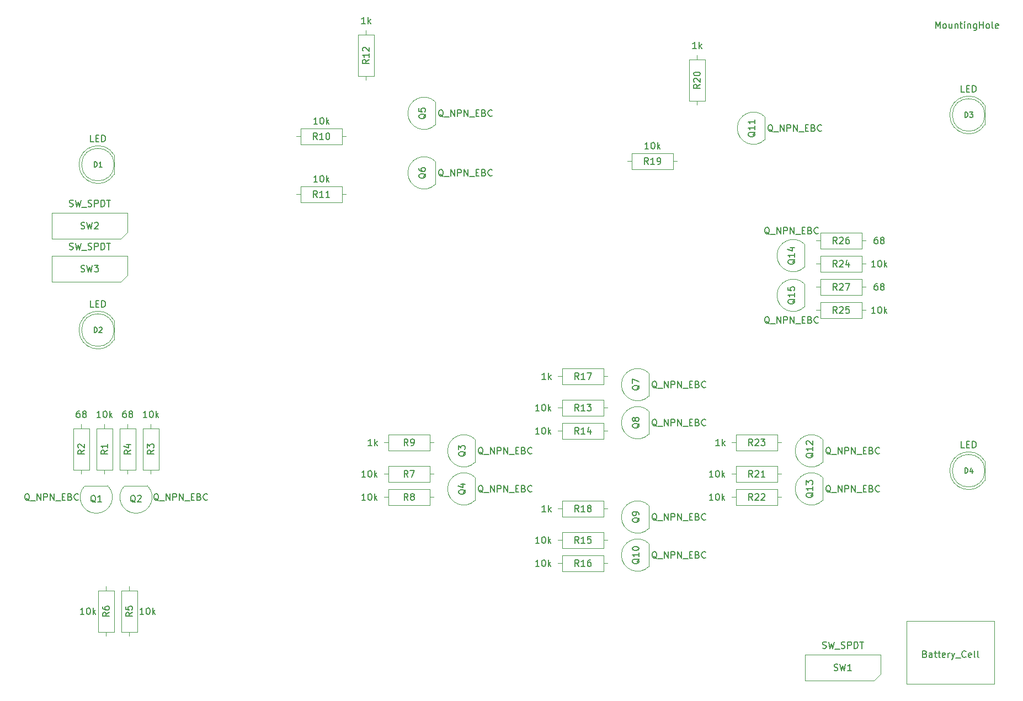
<source format=gbr>
G04 #@! TF.GenerationSoftware,KiCad,Pcbnew,5.0.2-bee76a0~70~ubuntu16.04.1*
G04 #@! TF.CreationDate,2019-07-30T20:51:49-07:00*
G04 #@! TF.ProjectId,rtl-half-adder,72746c2d-6861-46c6-962d-61646465722e,v1*
G04 #@! TF.SameCoordinates,Original*
G04 #@! TF.FileFunction,Other,Fab,Top*
%FSLAX46Y46*%
G04 Gerber Fmt 4.6, Leading zero omitted, Abs format (unit mm)*
G04 Created by KiCad (PCBNEW 5.0.2-bee76a0~70~ubuntu16.04.1) date Tue 30 Jul 2019 08:51:49 PM PDT*
%MOMM*%
%LPD*%
G01*
G04 APERTURE LIST*
%ADD10C,0.100000*%
%ADD11C,0.050800*%
%ADD12C,0.150000*%
%ADD13C,0.200000*%
G04 APERTURE END LIST*
D10*
G04 #@! TO.C,D1*
X64730000Y-71319694D02*
X64730000Y-68380306D01*
X64730000Y-69850000D02*
G75*
G03X64730000Y-69850000I-2500000J0D01*
G01*
X64730016Y-68380334D02*
G75*
G03X64730000Y-71319694I-2500016J-1469666D01*
G01*
G04 #@! TO.C,D2*
X64730000Y-96719694D02*
X64730000Y-93780306D01*
X64730000Y-95250000D02*
G75*
G03X64730000Y-95250000I-2500000J0D01*
G01*
X64730016Y-93780334D02*
G75*
G03X64730000Y-96719694I-2500016J-1469666D01*
G01*
G04 #@! TO.C,Q1*
X63729625Y-119150375D02*
G75*
G02X61976000Y-123384000I-1753625J-1753625D01*
G01*
X60222375Y-119150375D02*
G75*
G03X61976000Y-123384000I1753625J-1753625D01*
G01*
X63746000Y-119154000D02*
X60246000Y-119154000D01*
G04 #@! TO.C,Q2*
X69825625Y-119150375D02*
G75*
G02X68072000Y-123384000I-1753625J-1753625D01*
G01*
X66318375Y-119150375D02*
G75*
G03X68072000Y-123384000I1753625J-1753625D01*
G01*
X69842000Y-119154000D02*
X66342000Y-119154000D01*
G04 #@! TO.C,Q3*
X120117625Y-115545625D02*
G75*
G02X115884000Y-113792000I-1753625J1753625D01*
G01*
X120117625Y-112038375D02*
G75*
G03X115884000Y-113792000I-1753625J-1753625D01*
G01*
X120114000Y-115562000D02*
X120114000Y-112062000D01*
G04 #@! TO.C,Q4*
X120117625Y-121387625D02*
G75*
G02X115884000Y-119634000I-1753625J1753625D01*
G01*
X120117625Y-117880375D02*
G75*
G03X115884000Y-119634000I-1753625J-1753625D01*
G01*
X120114000Y-121404000D02*
X120114000Y-117904000D01*
G04 #@! TO.C,Q5*
X114021625Y-63729625D02*
G75*
G02X109788000Y-61976000I-1753625J1753625D01*
G01*
X114021625Y-60222375D02*
G75*
G03X109788000Y-61976000I-1753625J-1753625D01*
G01*
X114018000Y-63746000D02*
X114018000Y-60246000D01*
G04 #@! TO.C,Q6*
X114021625Y-72873625D02*
G75*
G02X109788000Y-71120000I-1753625J1753625D01*
G01*
X114021625Y-69366375D02*
G75*
G03X109788000Y-71120000I-1753625J-1753625D01*
G01*
X114018000Y-72890000D02*
X114018000Y-69390000D01*
G04 #@! TO.C,Q7*
X146787625Y-105385625D02*
G75*
G02X142554000Y-103632000I-1753625J1753625D01*
G01*
X146787625Y-101878375D02*
G75*
G03X142554000Y-103632000I-1753625J-1753625D01*
G01*
X146784000Y-105402000D02*
X146784000Y-101902000D01*
G04 #@! TO.C,Q8*
X146787625Y-111227625D02*
G75*
G02X142554000Y-109474000I-1753625J1753625D01*
G01*
X146787625Y-107720375D02*
G75*
G03X142554000Y-109474000I-1753625J-1753625D01*
G01*
X146784000Y-111244000D02*
X146784000Y-107744000D01*
G04 #@! TO.C,Q9*
X146787625Y-125705625D02*
G75*
G02X142554000Y-123952000I-1753625J1753625D01*
G01*
X146787625Y-122198375D02*
G75*
G03X142554000Y-123952000I-1753625J-1753625D01*
G01*
X146784000Y-125722000D02*
X146784000Y-122222000D01*
G04 #@! TO.C,Q10*
X146787625Y-131547625D02*
G75*
G02X142554000Y-129794000I-1753625J1753625D01*
G01*
X146787625Y-128040375D02*
G75*
G03X142554000Y-129794000I-1753625J-1753625D01*
G01*
X146784000Y-131564000D02*
X146784000Y-128064000D01*
G04 #@! TO.C,Q11*
X164567625Y-66015625D02*
G75*
G02X160334000Y-64262000I-1753625J1753625D01*
G01*
X164567625Y-62508375D02*
G75*
G03X160334000Y-64262000I-1753625J-1753625D01*
G01*
X164564000Y-66032000D02*
X164564000Y-62532000D01*
G04 #@! TO.C,Q12*
X173457625Y-115545625D02*
G75*
G02X169224000Y-113792000I-1753625J1753625D01*
G01*
X173457625Y-112038375D02*
G75*
G03X169224000Y-113792000I-1753625J-1753625D01*
G01*
X173454000Y-115562000D02*
X173454000Y-112062000D01*
G04 #@! TO.C,Q13*
X173457625Y-121387625D02*
G75*
G02X169224000Y-119634000I-1753625J1753625D01*
G01*
X173457625Y-117880375D02*
G75*
G03X169224000Y-119634000I-1753625J-1753625D01*
G01*
X173454000Y-121404000D02*
X173454000Y-117904000D01*
G04 #@! TO.C,R1*
X63246000Y-109728000D02*
X63246000Y-110388000D01*
X63246000Y-117348000D02*
X63246000Y-116688000D01*
X61996000Y-110388000D02*
X61996000Y-116688000D01*
X64496000Y-110388000D02*
X61996000Y-110388000D01*
X64496000Y-116688000D02*
X64496000Y-110388000D01*
X61996000Y-116688000D02*
X64496000Y-116688000D01*
G04 #@! TO.C,R2*
X59690000Y-117348000D02*
X59690000Y-116688000D01*
X59690000Y-109728000D02*
X59690000Y-110388000D01*
X60940000Y-116688000D02*
X60940000Y-110388000D01*
X58440000Y-116688000D02*
X60940000Y-116688000D01*
X58440000Y-110388000D02*
X58440000Y-116688000D01*
X60940000Y-110388000D02*
X58440000Y-110388000D01*
G04 #@! TO.C,R3*
X70358000Y-109728000D02*
X70358000Y-110388000D01*
X70358000Y-117348000D02*
X70358000Y-116688000D01*
X69108000Y-110388000D02*
X69108000Y-116688000D01*
X71608000Y-110388000D02*
X69108000Y-110388000D01*
X71608000Y-116688000D02*
X71608000Y-110388000D01*
X69108000Y-116688000D02*
X71608000Y-116688000D01*
G04 #@! TO.C,R4*
X66802000Y-117348000D02*
X66802000Y-116688000D01*
X66802000Y-109728000D02*
X66802000Y-110388000D01*
X68052000Y-116688000D02*
X68052000Y-110388000D01*
X65552000Y-116688000D02*
X68052000Y-116688000D01*
X65552000Y-110388000D02*
X65552000Y-116688000D01*
X68052000Y-110388000D02*
X65552000Y-110388000D01*
G04 #@! TO.C,R5*
X67056000Y-142240000D02*
X67056000Y-141580000D01*
X67056000Y-134620000D02*
X67056000Y-135280000D01*
X68306000Y-141580000D02*
X68306000Y-135280000D01*
X65806000Y-141580000D02*
X68306000Y-141580000D01*
X65806000Y-135280000D02*
X65806000Y-141580000D01*
X68306000Y-135280000D02*
X65806000Y-135280000D01*
G04 #@! TO.C,R6*
X63500000Y-142240000D02*
X63500000Y-141580000D01*
X63500000Y-134620000D02*
X63500000Y-135280000D01*
X64750000Y-141580000D02*
X64750000Y-135280000D01*
X62250000Y-141580000D02*
X64750000Y-141580000D01*
X62250000Y-135280000D02*
X62250000Y-141580000D01*
X64750000Y-135280000D02*
X62250000Y-135280000D01*
G04 #@! TO.C,R7*
X106172000Y-117348000D02*
X106832000Y-117348000D01*
X113792000Y-117348000D02*
X113132000Y-117348000D01*
X106832000Y-118598000D02*
X113132000Y-118598000D01*
X106832000Y-116098000D02*
X106832000Y-118598000D01*
X113132000Y-116098000D02*
X106832000Y-116098000D01*
X113132000Y-118598000D02*
X113132000Y-116098000D01*
G04 #@! TO.C,R8*
X106172000Y-120904000D02*
X106832000Y-120904000D01*
X113792000Y-120904000D02*
X113132000Y-120904000D01*
X106832000Y-122154000D02*
X113132000Y-122154000D01*
X106832000Y-119654000D02*
X106832000Y-122154000D01*
X113132000Y-119654000D02*
X106832000Y-119654000D01*
X113132000Y-122154000D02*
X113132000Y-119654000D01*
G04 #@! TO.C,R9*
X113792000Y-112522000D02*
X113132000Y-112522000D01*
X106172000Y-112522000D02*
X106832000Y-112522000D01*
X113132000Y-111272000D02*
X106832000Y-111272000D01*
X113132000Y-113772000D02*
X113132000Y-111272000D01*
X106832000Y-113772000D02*
X113132000Y-113772000D01*
X106832000Y-111272000D02*
X106832000Y-113772000D01*
G04 #@! TO.C,R10*
X92710000Y-65532000D02*
X93370000Y-65532000D01*
X100330000Y-65532000D02*
X99670000Y-65532000D01*
X93370000Y-66782000D02*
X99670000Y-66782000D01*
X93370000Y-64282000D02*
X93370000Y-66782000D01*
X99670000Y-64282000D02*
X93370000Y-64282000D01*
X99670000Y-66782000D02*
X99670000Y-64282000D01*
G04 #@! TO.C,R11*
X92710000Y-74422000D02*
X93370000Y-74422000D01*
X100330000Y-74422000D02*
X99670000Y-74422000D01*
X93370000Y-75672000D02*
X99670000Y-75672000D01*
X93370000Y-73172000D02*
X93370000Y-75672000D01*
X99670000Y-73172000D02*
X93370000Y-73172000D01*
X99670000Y-75672000D02*
X99670000Y-73172000D01*
G04 #@! TO.C,R12*
X103378000Y-56896000D02*
X103378000Y-56236000D01*
X103378000Y-49276000D02*
X103378000Y-49936000D01*
X104628000Y-56236000D02*
X104628000Y-49936000D01*
X102128000Y-56236000D02*
X104628000Y-56236000D01*
X102128000Y-49936000D02*
X102128000Y-56236000D01*
X104628000Y-49936000D02*
X102128000Y-49936000D01*
G04 #@! TO.C,R13*
X132842000Y-107188000D02*
X133502000Y-107188000D01*
X140462000Y-107188000D02*
X139802000Y-107188000D01*
X133502000Y-108438000D02*
X139802000Y-108438000D01*
X133502000Y-105938000D02*
X133502000Y-108438000D01*
X139802000Y-105938000D02*
X133502000Y-105938000D01*
X139802000Y-108438000D02*
X139802000Y-105938000D01*
G04 #@! TO.C,R14*
X132842000Y-110744000D02*
X133502000Y-110744000D01*
X140462000Y-110744000D02*
X139802000Y-110744000D01*
X133502000Y-111994000D02*
X139802000Y-111994000D01*
X133502000Y-109494000D02*
X133502000Y-111994000D01*
X139802000Y-109494000D02*
X133502000Y-109494000D01*
X139802000Y-111994000D02*
X139802000Y-109494000D01*
G04 #@! TO.C,R15*
X132842000Y-127508000D02*
X133502000Y-127508000D01*
X140462000Y-127508000D02*
X139802000Y-127508000D01*
X133502000Y-128758000D02*
X139802000Y-128758000D01*
X133502000Y-126258000D02*
X133502000Y-128758000D01*
X139802000Y-126258000D02*
X133502000Y-126258000D01*
X139802000Y-128758000D02*
X139802000Y-126258000D01*
G04 #@! TO.C,R16*
X132842000Y-131064000D02*
X133502000Y-131064000D01*
X140462000Y-131064000D02*
X139802000Y-131064000D01*
X133502000Y-132314000D02*
X139802000Y-132314000D01*
X133502000Y-129814000D02*
X133502000Y-132314000D01*
X139802000Y-129814000D02*
X133502000Y-129814000D01*
X139802000Y-132314000D02*
X139802000Y-129814000D01*
G04 #@! TO.C,R17*
X140462000Y-102362000D02*
X139802000Y-102362000D01*
X132842000Y-102362000D02*
X133502000Y-102362000D01*
X139802000Y-101112000D02*
X133502000Y-101112000D01*
X139802000Y-103612000D02*
X139802000Y-101112000D01*
X133502000Y-103612000D02*
X139802000Y-103612000D01*
X133502000Y-101112000D02*
X133502000Y-103612000D01*
G04 #@! TO.C,R18*
X140462000Y-122682000D02*
X139802000Y-122682000D01*
X132842000Y-122682000D02*
X133502000Y-122682000D01*
X139802000Y-121432000D02*
X133502000Y-121432000D01*
X139802000Y-123932000D02*
X139802000Y-121432000D01*
X133502000Y-123932000D02*
X139802000Y-123932000D01*
X133502000Y-121432000D02*
X133502000Y-123932000D01*
G04 #@! TO.C,R19*
X143510000Y-69342000D02*
X144170000Y-69342000D01*
X151130000Y-69342000D02*
X150470000Y-69342000D01*
X144170000Y-70592000D02*
X150470000Y-70592000D01*
X144170000Y-68092000D02*
X144170000Y-70592000D01*
X150470000Y-68092000D02*
X144170000Y-68092000D01*
X150470000Y-70592000D02*
X150470000Y-68092000D01*
G04 #@! TO.C,R20*
X154178000Y-60706000D02*
X154178000Y-60046000D01*
X154178000Y-53086000D02*
X154178000Y-53746000D01*
X155428000Y-60046000D02*
X155428000Y-53746000D01*
X152928000Y-60046000D02*
X155428000Y-60046000D01*
X152928000Y-53746000D02*
X152928000Y-60046000D01*
X155428000Y-53746000D02*
X152928000Y-53746000D01*
G04 #@! TO.C,R21*
X159512000Y-117348000D02*
X160172000Y-117348000D01*
X167132000Y-117348000D02*
X166472000Y-117348000D01*
X160172000Y-118598000D02*
X166472000Y-118598000D01*
X160172000Y-116098000D02*
X160172000Y-118598000D01*
X166472000Y-116098000D02*
X160172000Y-116098000D01*
X166472000Y-118598000D02*
X166472000Y-116098000D01*
G04 #@! TO.C,R22*
X159512000Y-120904000D02*
X160172000Y-120904000D01*
X167132000Y-120904000D02*
X166472000Y-120904000D01*
X160172000Y-122154000D02*
X166472000Y-122154000D01*
X160172000Y-119654000D02*
X160172000Y-122154000D01*
X166472000Y-119654000D02*
X160172000Y-119654000D01*
X166472000Y-122154000D02*
X166472000Y-119654000D01*
G04 #@! TO.C,R23*
X167132000Y-112522000D02*
X166472000Y-112522000D01*
X159512000Y-112522000D02*
X160172000Y-112522000D01*
X166472000Y-111272000D02*
X160172000Y-111272000D01*
X166472000Y-113772000D02*
X166472000Y-111272000D01*
X160172000Y-113772000D02*
X166472000Y-113772000D01*
X160172000Y-111272000D02*
X160172000Y-113772000D01*
D11*
G04 #@! TO.C,BT1*
X186309000Y-149606000D02*
X186309000Y-139954000D01*
X186309000Y-139954000D02*
X199771000Y-139954000D01*
X186309000Y-149606000D02*
X199771000Y-149606000D01*
X199771000Y-149606000D02*
X199771000Y-139954000D01*
D10*
G04 #@! TO.C,D3*
X198334000Y-63699694D02*
X198334000Y-60760306D01*
X198334000Y-62230000D02*
G75*
G03X198334000Y-62230000I-2500000J0D01*
G01*
X198334016Y-60760334D02*
G75*
G03X198334000Y-63699694I-2500016J-1469666D01*
G01*
G04 #@! TO.C,D4*
X198334000Y-118309694D02*
X198334000Y-115370306D01*
X198334000Y-116840000D02*
G75*
G03X198334000Y-116840000I-2500000J0D01*
G01*
X198334016Y-115370334D02*
G75*
G03X198334000Y-118309694I-2500016J-1469666D01*
G01*
G04 #@! TO.C,Q14*
X170663625Y-85573625D02*
G75*
G02X166430000Y-83820000I-1753625J1753625D01*
G01*
X170663625Y-82066375D02*
G75*
G03X166430000Y-83820000I-1753625J-1753625D01*
G01*
X170660000Y-85590000D02*
X170660000Y-82090000D01*
G04 #@! TO.C,Q15*
X170663625Y-91669625D02*
G75*
G02X166430000Y-89916000I-1753625J1753625D01*
G01*
X170663625Y-88162375D02*
G75*
G03X166430000Y-89916000I-1753625J-1753625D01*
G01*
X170660000Y-91686000D02*
X170660000Y-88186000D01*
G04 #@! TO.C,R24*
X180086000Y-85090000D02*
X179426000Y-85090000D01*
X172466000Y-85090000D02*
X173126000Y-85090000D01*
X179426000Y-83840000D02*
X173126000Y-83840000D01*
X179426000Y-86340000D02*
X179426000Y-83840000D01*
X173126000Y-86340000D02*
X179426000Y-86340000D01*
X173126000Y-83840000D02*
X173126000Y-86340000D01*
G04 #@! TO.C,R25*
X180086000Y-92202000D02*
X179426000Y-92202000D01*
X172466000Y-92202000D02*
X173126000Y-92202000D01*
X179426000Y-90952000D02*
X173126000Y-90952000D01*
X179426000Y-93452000D02*
X179426000Y-90952000D01*
X173126000Y-93452000D02*
X179426000Y-93452000D01*
X173126000Y-90952000D02*
X173126000Y-93452000D01*
G04 #@! TO.C,R26*
X172466000Y-81534000D02*
X173126000Y-81534000D01*
X180086000Y-81534000D02*
X179426000Y-81534000D01*
X173126000Y-82784000D02*
X179426000Y-82784000D01*
X173126000Y-80284000D02*
X173126000Y-82784000D01*
X179426000Y-80284000D02*
X173126000Y-80284000D01*
X179426000Y-82784000D02*
X179426000Y-80284000D01*
G04 #@! TO.C,R27*
X172466000Y-88646000D02*
X173126000Y-88646000D01*
X180086000Y-88646000D02*
X179426000Y-88646000D01*
X173126000Y-89896000D02*
X179426000Y-89896000D01*
X173126000Y-87396000D02*
X173126000Y-89896000D01*
X179426000Y-87396000D02*
X173126000Y-87396000D01*
X179426000Y-89896000D02*
X179426000Y-87396000D01*
G04 #@! TO.C,SW1*
X170730000Y-145066000D02*
X182330000Y-145066000D01*
X181330000Y-149066000D02*
X182330000Y-148066000D01*
X182330000Y-145066000D02*
X182330000Y-148066000D01*
X170730000Y-149066000D02*
X170730000Y-145066000D01*
X181330000Y-149066000D02*
X170730000Y-149066000D01*
G04 #@! TO.C,SW2*
X55160000Y-77248000D02*
X66760000Y-77248000D01*
X65760000Y-81248000D02*
X66760000Y-80248000D01*
X66760000Y-77248000D02*
X66760000Y-80248000D01*
X55160000Y-81248000D02*
X55160000Y-77248000D01*
X65760000Y-81248000D02*
X55160000Y-81248000D01*
G04 #@! TO.C,SW3*
X55160000Y-83852000D02*
X66760000Y-83852000D01*
X65760000Y-87852000D02*
X66760000Y-86852000D01*
X66760000Y-83852000D02*
X66760000Y-86852000D01*
X55160000Y-87852000D02*
X55160000Y-83852000D01*
X65760000Y-87852000D02*
X55160000Y-87852000D01*
G04 #@! TD*
G04 #@! TO.C,D1*
D12*
X61587142Y-66342380D02*
X61110952Y-66342380D01*
X61110952Y-65342380D01*
X61920476Y-65818571D02*
X62253809Y-65818571D01*
X62396666Y-66342380D02*
X61920476Y-66342380D01*
X61920476Y-65342380D01*
X62396666Y-65342380D01*
X62825238Y-66342380D02*
X62825238Y-65342380D01*
X63063333Y-65342380D01*
X63206190Y-65390000D01*
X63301428Y-65485238D01*
X63349047Y-65580476D01*
X63396666Y-65770952D01*
X63396666Y-65913809D01*
X63349047Y-66104285D01*
X63301428Y-66199523D01*
X63206190Y-66294761D01*
X63063333Y-66342380D01*
X62825238Y-66342380D01*
D13*
X61659523Y-70211904D02*
X61659523Y-69411904D01*
X61850000Y-69411904D01*
X61964285Y-69450000D01*
X62040476Y-69526190D01*
X62078571Y-69602380D01*
X62116666Y-69754761D01*
X62116666Y-69869047D01*
X62078571Y-70021428D01*
X62040476Y-70097619D01*
X61964285Y-70173809D01*
X61850000Y-70211904D01*
X61659523Y-70211904D01*
X62878571Y-70211904D02*
X62421428Y-70211904D01*
X62650000Y-70211904D02*
X62650000Y-69411904D01*
X62573809Y-69526190D01*
X62497619Y-69602380D01*
X62421428Y-69640476D01*
G04 #@! TO.C,D2*
D12*
X61587142Y-91742380D02*
X61110952Y-91742380D01*
X61110952Y-90742380D01*
X61920476Y-91218571D02*
X62253809Y-91218571D01*
X62396666Y-91742380D02*
X61920476Y-91742380D01*
X61920476Y-90742380D01*
X62396666Y-90742380D01*
X62825238Y-91742380D02*
X62825238Y-90742380D01*
X63063333Y-90742380D01*
X63206190Y-90790000D01*
X63301428Y-90885238D01*
X63349047Y-90980476D01*
X63396666Y-91170952D01*
X63396666Y-91313809D01*
X63349047Y-91504285D01*
X63301428Y-91599523D01*
X63206190Y-91694761D01*
X63063333Y-91742380D01*
X62825238Y-91742380D01*
D13*
X61659523Y-95611904D02*
X61659523Y-94811904D01*
X61850000Y-94811904D01*
X61964285Y-94850000D01*
X62040476Y-94926190D01*
X62078571Y-95002380D01*
X62116666Y-95154761D01*
X62116666Y-95269047D01*
X62078571Y-95421428D01*
X62040476Y-95497619D01*
X61964285Y-95573809D01*
X61850000Y-95611904D01*
X61659523Y-95611904D01*
X62421428Y-94888095D02*
X62459523Y-94850000D01*
X62535714Y-94811904D01*
X62726190Y-94811904D01*
X62802380Y-94850000D01*
X62840476Y-94888095D01*
X62878571Y-94964285D01*
X62878571Y-95040476D01*
X62840476Y-95154761D01*
X62383333Y-95611904D01*
X62878571Y-95611904D01*
G04 #@! TO.C,Q1*
D12*
X51737047Y-121451619D02*
X51641809Y-121404000D01*
X51546571Y-121308761D01*
X51403714Y-121165904D01*
X51308476Y-121118285D01*
X51213238Y-121118285D01*
X51260857Y-121356380D02*
X51165619Y-121308761D01*
X51070380Y-121213523D01*
X51022761Y-121023047D01*
X51022761Y-120689714D01*
X51070380Y-120499238D01*
X51165619Y-120404000D01*
X51260857Y-120356380D01*
X51451333Y-120356380D01*
X51546571Y-120404000D01*
X51641809Y-120499238D01*
X51689428Y-120689714D01*
X51689428Y-121023047D01*
X51641809Y-121213523D01*
X51546571Y-121308761D01*
X51451333Y-121356380D01*
X51260857Y-121356380D01*
X51879904Y-121451619D02*
X52641809Y-121451619D01*
X52879904Y-121356380D02*
X52879904Y-120356380D01*
X53451333Y-121356380D01*
X53451333Y-120356380D01*
X53927523Y-121356380D02*
X53927523Y-120356380D01*
X54308476Y-120356380D01*
X54403714Y-120404000D01*
X54451333Y-120451619D01*
X54498952Y-120546857D01*
X54498952Y-120689714D01*
X54451333Y-120784952D01*
X54403714Y-120832571D01*
X54308476Y-120880190D01*
X53927523Y-120880190D01*
X54927523Y-121356380D02*
X54927523Y-120356380D01*
X55498952Y-121356380D01*
X55498952Y-120356380D01*
X55737047Y-121451619D02*
X56498952Y-121451619D01*
X56737047Y-120832571D02*
X57070380Y-120832571D01*
X57213238Y-121356380D02*
X56737047Y-121356380D01*
X56737047Y-120356380D01*
X57213238Y-120356380D01*
X57975142Y-120832571D02*
X58118000Y-120880190D01*
X58165619Y-120927809D01*
X58213238Y-121023047D01*
X58213238Y-121165904D01*
X58165619Y-121261142D01*
X58118000Y-121308761D01*
X58022761Y-121356380D01*
X57641809Y-121356380D01*
X57641809Y-120356380D01*
X57975142Y-120356380D01*
X58070380Y-120404000D01*
X58118000Y-120451619D01*
X58165619Y-120546857D01*
X58165619Y-120642095D01*
X58118000Y-120737333D01*
X58070380Y-120784952D01*
X57975142Y-120832571D01*
X57641809Y-120832571D01*
X59213238Y-121261142D02*
X59165619Y-121308761D01*
X59022761Y-121356380D01*
X58927523Y-121356380D01*
X58784666Y-121308761D01*
X58689428Y-121213523D01*
X58641809Y-121118285D01*
X58594190Y-120927809D01*
X58594190Y-120784952D01*
X58641809Y-120594476D01*
X58689428Y-120499238D01*
X58784666Y-120404000D01*
X58927523Y-120356380D01*
X59022761Y-120356380D01*
X59165619Y-120404000D01*
X59213238Y-120451619D01*
X61880761Y-121705619D02*
X61785523Y-121658000D01*
X61690285Y-121562761D01*
X61547428Y-121419904D01*
X61452190Y-121372285D01*
X61356952Y-121372285D01*
X61404571Y-121610380D02*
X61309333Y-121562761D01*
X61214095Y-121467523D01*
X61166476Y-121277047D01*
X61166476Y-120943714D01*
X61214095Y-120753238D01*
X61309333Y-120658000D01*
X61404571Y-120610380D01*
X61595047Y-120610380D01*
X61690285Y-120658000D01*
X61785523Y-120753238D01*
X61833142Y-120943714D01*
X61833142Y-121277047D01*
X61785523Y-121467523D01*
X61690285Y-121562761D01*
X61595047Y-121610380D01*
X61404571Y-121610380D01*
X62785523Y-121610380D02*
X62214095Y-121610380D01*
X62499809Y-121610380D02*
X62499809Y-120610380D01*
X62404571Y-120753238D01*
X62309333Y-120848476D01*
X62214095Y-120896095D01*
G04 #@! TO.C,Q2*
X71549047Y-121451619D02*
X71453809Y-121404000D01*
X71358571Y-121308761D01*
X71215714Y-121165904D01*
X71120476Y-121118285D01*
X71025238Y-121118285D01*
X71072857Y-121356380D02*
X70977619Y-121308761D01*
X70882380Y-121213523D01*
X70834761Y-121023047D01*
X70834761Y-120689714D01*
X70882380Y-120499238D01*
X70977619Y-120404000D01*
X71072857Y-120356380D01*
X71263333Y-120356380D01*
X71358571Y-120404000D01*
X71453809Y-120499238D01*
X71501428Y-120689714D01*
X71501428Y-121023047D01*
X71453809Y-121213523D01*
X71358571Y-121308761D01*
X71263333Y-121356380D01*
X71072857Y-121356380D01*
X71691904Y-121451619D02*
X72453809Y-121451619D01*
X72691904Y-121356380D02*
X72691904Y-120356380D01*
X73263333Y-121356380D01*
X73263333Y-120356380D01*
X73739523Y-121356380D02*
X73739523Y-120356380D01*
X74120476Y-120356380D01*
X74215714Y-120404000D01*
X74263333Y-120451619D01*
X74310952Y-120546857D01*
X74310952Y-120689714D01*
X74263333Y-120784952D01*
X74215714Y-120832571D01*
X74120476Y-120880190D01*
X73739523Y-120880190D01*
X74739523Y-121356380D02*
X74739523Y-120356380D01*
X75310952Y-121356380D01*
X75310952Y-120356380D01*
X75549047Y-121451619D02*
X76310952Y-121451619D01*
X76549047Y-120832571D02*
X76882380Y-120832571D01*
X77025238Y-121356380D02*
X76549047Y-121356380D01*
X76549047Y-120356380D01*
X77025238Y-120356380D01*
X77787142Y-120832571D02*
X77930000Y-120880190D01*
X77977619Y-120927809D01*
X78025238Y-121023047D01*
X78025238Y-121165904D01*
X77977619Y-121261142D01*
X77930000Y-121308761D01*
X77834761Y-121356380D01*
X77453809Y-121356380D01*
X77453809Y-120356380D01*
X77787142Y-120356380D01*
X77882380Y-120404000D01*
X77930000Y-120451619D01*
X77977619Y-120546857D01*
X77977619Y-120642095D01*
X77930000Y-120737333D01*
X77882380Y-120784952D01*
X77787142Y-120832571D01*
X77453809Y-120832571D01*
X79025238Y-121261142D02*
X78977619Y-121308761D01*
X78834761Y-121356380D01*
X78739523Y-121356380D01*
X78596666Y-121308761D01*
X78501428Y-121213523D01*
X78453809Y-121118285D01*
X78406190Y-120927809D01*
X78406190Y-120784952D01*
X78453809Y-120594476D01*
X78501428Y-120499238D01*
X78596666Y-120404000D01*
X78739523Y-120356380D01*
X78834761Y-120356380D01*
X78977619Y-120404000D01*
X79025238Y-120451619D01*
X67976761Y-121705619D02*
X67881523Y-121658000D01*
X67786285Y-121562761D01*
X67643428Y-121419904D01*
X67548190Y-121372285D01*
X67452952Y-121372285D01*
X67500571Y-121610380D02*
X67405333Y-121562761D01*
X67310095Y-121467523D01*
X67262476Y-121277047D01*
X67262476Y-120943714D01*
X67310095Y-120753238D01*
X67405333Y-120658000D01*
X67500571Y-120610380D01*
X67691047Y-120610380D01*
X67786285Y-120658000D01*
X67881523Y-120753238D01*
X67929142Y-120943714D01*
X67929142Y-121277047D01*
X67881523Y-121467523D01*
X67786285Y-121562761D01*
X67691047Y-121610380D01*
X67500571Y-121610380D01*
X68310095Y-120705619D02*
X68357714Y-120658000D01*
X68452952Y-120610380D01*
X68691047Y-120610380D01*
X68786285Y-120658000D01*
X68833904Y-120705619D01*
X68881523Y-120800857D01*
X68881523Y-120896095D01*
X68833904Y-121038952D01*
X68262476Y-121610380D01*
X68881523Y-121610380D01*
G04 #@! TO.C,Q3*
X121333047Y-114339619D02*
X121237809Y-114292000D01*
X121142571Y-114196761D01*
X120999714Y-114053904D01*
X120904476Y-114006285D01*
X120809238Y-114006285D01*
X120856857Y-114244380D02*
X120761619Y-114196761D01*
X120666380Y-114101523D01*
X120618761Y-113911047D01*
X120618761Y-113577714D01*
X120666380Y-113387238D01*
X120761619Y-113292000D01*
X120856857Y-113244380D01*
X121047333Y-113244380D01*
X121142571Y-113292000D01*
X121237809Y-113387238D01*
X121285428Y-113577714D01*
X121285428Y-113911047D01*
X121237809Y-114101523D01*
X121142571Y-114196761D01*
X121047333Y-114244380D01*
X120856857Y-114244380D01*
X121475904Y-114339619D02*
X122237809Y-114339619D01*
X122475904Y-114244380D02*
X122475904Y-113244380D01*
X123047333Y-114244380D01*
X123047333Y-113244380D01*
X123523523Y-114244380D02*
X123523523Y-113244380D01*
X123904476Y-113244380D01*
X123999714Y-113292000D01*
X124047333Y-113339619D01*
X124094952Y-113434857D01*
X124094952Y-113577714D01*
X124047333Y-113672952D01*
X123999714Y-113720571D01*
X123904476Y-113768190D01*
X123523523Y-113768190D01*
X124523523Y-114244380D02*
X124523523Y-113244380D01*
X125094952Y-114244380D01*
X125094952Y-113244380D01*
X125333047Y-114339619D02*
X126094952Y-114339619D01*
X126333047Y-113720571D02*
X126666380Y-113720571D01*
X126809238Y-114244380D02*
X126333047Y-114244380D01*
X126333047Y-113244380D01*
X126809238Y-113244380D01*
X127571142Y-113720571D02*
X127714000Y-113768190D01*
X127761619Y-113815809D01*
X127809238Y-113911047D01*
X127809238Y-114053904D01*
X127761619Y-114149142D01*
X127714000Y-114196761D01*
X127618761Y-114244380D01*
X127237809Y-114244380D01*
X127237809Y-113244380D01*
X127571142Y-113244380D01*
X127666380Y-113292000D01*
X127714000Y-113339619D01*
X127761619Y-113434857D01*
X127761619Y-113530095D01*
X127714000Y-113625333D01*
X127666380Y-113672952D01*
X127571142Y-113720571D01*
X127237809Y-113720571D01*
X128809238Y-114149142D02*
X128761619Y-114196761D01*
X128618761Y-114244380D01*
X128523523Y-114244380D01*
X128380666Y-114196761D01*
X128285428Y-114101523D01*
X128237809Y-114006285D01*
X128190190Y-113815809D01*
X128190190Y-113672952D01*
X128237809Y-113482476D01*
X128285428Y-113387238D01*
X128380666Y-113292000D01*
X128523523Y-113244380D01*
X128618761Y-113244380D01*
X128761619Y-113292000D01*
X128809238Y-113339619D01*
X118657619Y-113887238D02*
X118610000Y-113982476D01*
X118514761Y-114077714D01*
X118371904Y-114220571D01*
X118324285Y-114315809D01*
X118324285Y-114411047D01*
X118562380Y-114363428D02*
X118514761Y-114458666D01*
X118419523Y-114553904D01*
X118229047Y-114601523D01*
X117895714Y-114601523D01*
X117705238Y-114553904D01*
X117610000Y-114458666D01*
X117562380Y-114363428D01*
X117562380Y-114172952D01*
X117610000Y-114077714D01*
X117705238Y-113982476D01*
X117895714Y-113934857D01*
X118229047Y-113934857D01*
X118419523Y-113982476D01*
X118514761Y-114077714D01*
X118562380Y-114172952D01*
X118562380Y-114363428D01*
X117562380Y-113601523D02*
X117562380Y-112982476D01*
X117943333Y-113315809D01*
X117943333Y-113172952D01*
X117990952Y-113077714D01*
X118038571Y-113030095D01*
X118133809Y-112982476D01*
X118371904Y-112982476D01*
X118467142Y-113030095D01*
X118514761Y-113077714D01*
X118562380Y-113172952D01*
X118562380Y-113458666D01*
X118514761Y-113553904D01*
X118467142Y-113601523D01*
G04 #@! TO.C,Q4*
X121333047Y-120181619D02*
X121237809Y-120134000D01*
X121142571Y-120038761D01*
X120999714Y-119895904D01*
X120904476Y-119848285D01*
X120809238Y-119848285D01*
X120856857Y-120086380D02*
X120761619Y-120038761D01*
X120666380Y-119943523D01*
X120618761Y-119753047D01*
X120618761Y-119419714D01*
X120666380Y-119229238D01*
X120761619Y-119134000D01*
X120856857Y-119086380D01*
X121047333Y-119086380D01*
X121142571Y-119134000D01*
X121237809Y-119229238D01*
X121285428Y-119419714D01*
X121285428Y-119753047D01*
X121237809Y-119943523D01*
X121142571Y-120038761D01*
X121047333Y-120086380D01*
X120856857Y-120086380D01*
X121475904Y-120181619D02*
X122237809Y-120181619D01*
X122475904Y-120086380D02*
X122475904Y-119086380D01*
X123047333Y-120086380D01*
X123047333Y-119086380D01*
X123523523Y-120086380D02*
X123523523Y-119086380D01*
X123904476Y-119086380D01*
X123999714Y-119134000D01*
X124047333Y-119181619D01*
X124094952Y-119276857D01*
X124094952Y-119419714D01*
X124047333Y-119514952D01*
X123999714Y-119562571D01*
X123904476Y-119610190D01*
X123523523Y-119610190D01*
X124523523Y-120086380D02*
X124523523Y-119086380D01*
X125094952Y-120086380D01*
X125094952Y-119086380D01*
X125333047Y-120181619D02*
X126094952Y-120181619D01*
X126333047Y-119562571D02*
X126666380Y-119562571D01*
X126809238Y-120086380D02*
X126333047Y-120086380D01*
X126333047Y-119086380D01*
X126809238Y-119086380D01*
X127571142Y-119562571D02*
X127714000Y-119610190D01*
X127761619Y-119657809D01*
X127809238Y-119753047D01*
X127809238Y-119895904D01*
X127761619Y-119991142D01*
X127714000Y-120038761D01*
X127618761Y-120086380D01*
X127237809Y-120086380D01*
X127237809Y-119086380D01*
X127571142Y-119086380D01*
X127666380Y-119134000D01*
X127714000Y-119181619D01*
X127761619Y-119276857D01*
X127761619Y-119372095D01*
X127714000Y-119467333D01*
X127666380Y-119514952D01*
X127571142Y-119562571D01*
X127237809Y-119562571D01*
X128809238Y-119991142D02*
X128761619Y-120038761D01*
X128618761Y-120086380D01*
X128523523Y-120086380D01*
X128380666Y-120038761D01*
X128285428Y-119943523D01*
X128237809Y-119848285D01*
X128190190Y-119657809D01*
X128190190Y-119514952D01*
X128237809Y-119324476D01*
X128285428Y-119229238D01*
X128380666Y-119134000D01*
X128523523Y-119086380D01*
X128618761Y-119086380D01*
X128761619Y-119134000D01*
X128809238Y-119181619D01*
X118657619Y-119729238D02*
X118610000Y-119824476D01*
X118514761Y-119919714D01*
X118371904Y-120062571D01*
X118324285Y-120157809D01*
X118324285Y-120253047D01*
X118562380Y-120205428D02*
X118514761Y-120300666D01*
X118419523Y-120395904D01*
X118229047Y-120443523D01*
X117895714Y-120443523D01*
X117705238Y-120395904D01*
X117610000Y-120300666D01*
X117562380Y-120205428D01*
X117562380Y-120014952D01*
X117610000Y-119919714D01*
X117705238Y-119824476D01*
X117895714Y-119776857D01*
X118229047Y-119776857D01*
X118419523Y-119824476D01*
X118514761Y-119919714D01*
X118562380Y-120014952D01*
X118562380Y-120205428D01*
X117895714Y-118919714D02*
X118562380Y-118919714D01*
X117514761Y-119157809D02*
X118229047Y-119395904D01*
X118229047Y-118776857D01*
G04 #@! TO.C,Q5*
X115237047Y-62523619D02*
X115141809Y-62476000D01*
X115046571Y-62380761D01*
X114903714Y-62237904D01*
X114808476Y-62190285D01*
X114713238Y-62190285D01*
X114760857Y-62428380D02*
X114665619Y-62380761D01*
X114570380Y-62285523D01*
X114522761Y-62095047D01*
X114522761Y-61761714D01*
X114570380Y-61571238D01*
X114665619Y-61476000D01*
X114760857Y-61428380D01*
X114951333Y-61428380D01*
X115046571Y-61476000D01*
X115141809Y-61571238D01*
X115189428Y-61761714D01*
X115189428Y-62095047D01*
X115141809Y-62285523D01*
X115046571Y-62380761D01*
X114951333Y-62428380D01*
X114760857Y-62428380D01*
X115379904Y-62523619D02*
X116141809Y-62523619D01*
X116379904Y-62428380D02*
X116379904Y-61428380D01*
X116951333Y-62428380D01*
X116951333Y-61428380D01*
X117427523Y-62428380D02*
X117427523Y-61428380D01*
X117808476Y-61428380D01*
X117903714Y-61476000D01*
X117951333Y-61523619D01*
X117998952Y-61618857D01*
X117998952Y-61761714D01*
X117951333Y-61856952D01*
X117903714Y-61904571D01*
X117808476Y-61952190D01*
X117427523Y-61952190D01*
X118427523Y-62428380D02*
X118427523Y-61428380D01*
X118998952Y-62428380D01*
X118998952Y-61428380D01*
X119237047Y-62523619D02*
X119998952Y-62523619D01*
X120237047Y-61904571D02*
X120570380Y-61904571D01*
X120713238Y-62428380D02*
X120237047Y-62428380D01*
X120237047Y-61428380D01*
X120713238Y-61428380D01*
X121475142Y-61904571D02*
X121618000Y-61952190D01*
X121665619Y-61999809D01*
X121713238Y-62095047D01*
X121713238Y-62237904D01*
X121665619Y-62333142D01*
X121618000Y-62380761D01*
X121522761Y-62428380D01*
X121141809Y-62428380D01*
X121141809Y-61428380D01*
X121475142Y-61428380D01*
X121570380Y-61476000D01*
X121618000Y-61523619D01*
X121665619Y-61618857D01*
X121665619Y-61714095D01*
X121618000Y-61809333D01*
X121570380Y-61856952D01*
X121475142Y-61904571D01*
X121141809Y-61904571D01*
X122713238Y-62333142D02*
X122665619Y-62380761D01*
X122522761Y-62428380D01*
X122427523Y-62428380D01*
X122284666Y-62380761D01*
X122189428Y-62285523D01*
X122141809Y-62190285D01*
X122094190Y-61999809D01*
X122094190Y-61856952D01*
X122141809Y-61666476D01*
X122189428Y-61571238D01*
X122284666Y-61476000D01*
X122427523Y-61428380D01*
X122522761Y-61428380D01*
X122665619Y-61476000D01*
X122713238Y-61523619D01*
X112561619Y-62071238D02*
X112514000Y-62166476D01*
X112418761Y-62261714D01*
X112275904Y-62404571D01*
X112228285Y-62499809D01*
X112228285Y-62595047D01*
X112466380Y-62547428D02*
X112418761Y-62642666D01*
X112323523Y-62737904D01*
X112133047Y-62785523D01*
X111799714Y-62785523D01*
X111609238Y-62737904D01*
X111514000Y-62642666D01*
X111466380Y-62547428D01*
X111466380Y-62356952D01*
X111514000Y-62261714D01*
X111609238Y-62166476D01*
X111799714Y-62118857D01*
X112133047Y-62118857D01*
X112323523Y-62166476D01*
X112418761Y-62261714D01*
X112466380Y-62356952D01*
X112466380Y-62547428D01*
X111466380Y-61214095D02*
X111466380Y-61690285D01*
X111942571Y-61737904D01*
X111894952Y-61690285D01*
X111847333Y-61595047D01*
X111847333Y-61356952D01*
X111894952Y-61261714D01*
X111942571Y-61214095D01*
X112037809Y-61166476D01*
X112275904Y-61166476D01*
X112371142Y-61214095D01*
X112418761Y-61261714D01*
X112466380Y-61356952D01*
X112466380Y-61595047D01*
X112418761Y-61690285D01*
X112371142Y-61737904D01*
G04 #@! TO.C,Q6*
X115237047Y-71667619D02*
X115141809Y-71620000D01*
X115046571Y-71524761D01*
X114903714Y-71381904D01*
X114808476Y-71334285D01*
X114713238Y-71334285D01*
X114760857Y-71572380D02*
X114665619Y-71524761D01*
X114570380Y-71429523D01*
X114522761Y-71239047D01*
X114522761Y-70905714D01*
X114570380Y-70715238D01*
X114665619Y-70620000D01*
X114760857Y-70572380D01*
X114951333Y-70572380D01*
X115046571Y-70620000D01*
X115141809Y-70715238D01*
X115189428Y-70905714D01*
X115189428Y-71239047D01*
X115141809Y-71429523D01*
X115046571Y-71524761D01*
X114951333Y-71572380D01*
X114760857Y-71572380D01*
X115379904Y-71667619D02*
X116141809Y-71667619D01*
X116379904Y-71572380D02*
X116379904Y-70572380D01*
X116951333Y-71572380D01*
X116951333Y-70572380D01*
X117427523Y-71572380D02*
X117427523Y-70572380D01*
X117808476Y-70572380D01*
X117903714Y-70620000D01*
X117951333Y-70667619D01*
X117998952Y-70762857D01*
X117998952Y-70905714D01*
X117951333Y-71000952D01*
X117903714Y-71048571D01*
X117808476Y-71096190D01*
X117427523Y-71096190D01*
X118427523Y-71572380D02*
X118427523Y-70572380D01*
X118998952Y-71572380D01*
X118998952Y-70572380D01*
X119237047Y-71667619D02*
X119998952Y-71667619D01*
X120237047Y-71048571D02*
X120570380Y-71048571D01*
X120713238Y-71572380D02*
X120237047Y-71572380D01*
X120237047Y-70572380D01*
X120713238Y-70572380D01*
X121475142Y-71048571D02*
X121618000Y-71096190D01*
X121665619Y-71143809D01*
X121713238Y-71239047D01*
X121713238Y-71381904D01*
X121665619Y-71477142D01*
X121618000Y-71524761D01*
X121522761Y-71572380D01*
X121141809Y-71572380D01*
X121141809Y-70572380D01*
X121475142Y-70572380D01*
X121570380Y-70620000D01*
X121618000Y-70667619D01*
X121665619Y-70762857D01*
X121665619Y-70858095D01*
X121618000Y-70953333D01*
X121570380Y-71000952D01*
X121475142Y-71048571D01*
X121141809Y-71048571D01*
X122713238Y-71477142D02*
X122665619Y-71524761D01*
X122522761Y-71572380D01*
X122427523Y-71572380D01*
X122284666Y-71524761D01*
X122189428Y-71429523D01*
X122141809Y-71334285D01*
X122094190Y-71143809D01*
X122094190Y-71000952D01*
X122141809Y-70810476D01*
X122189428Y-70715238D01*
X122284666Y-70620000D01*
X122427523Y-70572380D01*
X122522761Y-70572380D01*
X122665619Y-70620000D01*
X122713238Y-70667619D01*
X112561619Y-71215238D02*
X112514000Y-71310476D01*
X112418761Y-71405714D01*
X112275904Y-71548571D01*
X112228285Y-71643809D01*
X112228285Y-71739047D01*
X112466380Y-71691428D02*
X112418761Y-71786666D01*
X112323523Y-71881904D01*
X112133047Y-71929523D01*
X111799714Y-71929523D01*
X111609238Y-71881904D01*
X111514000Y-71786666D01*
X111466380Y-71691428D01*
X111466380Y-71500952D01*
X111514000Y-71405714D01*
X111609238Y-71310476D01*
X111799714Y-71262857D01*
X112133047Y-71262857D01*
X112323523Y-71310476D01*
X112418761Y-71405714D01*
X112466380Y-71500952D01*
X112466380Y-71691428D01*
X111466380Y-70405714D02*
X111466380Y-70596190D01*
X111514000Y-70691428D01*
X111561619Y-70739047D01*
X111704476Y-70834285D01*
X111894952Y-70881904D01*
X112275904Y-70881904D01*
X112371142Y-70834285D01*
X112418761Y-70786666D01*
X112466380Y-70691428D01*
X112466380Y-70500952D01*
X112418761Y-70405714D01*
X112371142Y-70358095D01*
X112275904Y-70310476D01*
X112037809Y-70310476D01*
X111942571Y-70358095D01*
X111894952Y-70405714D01*
X111847333Y-70500952D01*
X111847333Y-70691428D01*
X111894952Y-70786666D01*
X111942571Y-70834285D01*
X112037809Y-70881904D01*
G04 #@! TO.C,Q7*
X148003047Y-104179619D02*
X147907809Y-104132000D01*
X147812571Y-104036761D01*
X147669714Y-103893904D01*
X147574476Y-103846285D01*
X147479238Y-103846285D01*
X147526857Y-104084380D02*
X147431619Y-104036761D01*
X147336380Y-103941523D01*
X147288761Y-103751047D01*
X147288761Y-103417714D01*
X147336380Y-103227238D01*
X147431619Y-103132000D01*
X147526857Y-103084380D01*
X147717333Y-103084380D01*
X147812571Y-103132000D01*
X147907809Y-103227238D01*
X147955428Y-103417714D01*
X147955428Y-103751047D01*
X147907809Y-103941523D01*
X147812571Y-104036761D01*
X147717333Y-104084380D01*
X147526857Y-104084380D01*
X148145904Y-104179619D02*
X148907809Y-104179619D01*
X149145904Y-104084380D02*
X149145904Y-103084380D01*
X149717333Y-104084380D01*
X149717333Y-103084380D01*
X150193523Y-104084380D02*
X150193523Y-103084380D01*
X150574476Y-103084380D01*
X150669714Y-103132000D01*
X150717333Y-103179619D01*
X150764952Y-103274857D01*
X150764952Y-103417714D01*
X150717333Y-103512952D01*
X150669714Y-103560571D01*
X150574476Y-103608190D01*
X150193523Y-103608190D01*
X151193523Y-104084380D02*
X151193523Y-103084380D01*
X151764952Y-104084380D01*
X151764952Y-103084380D01*
X152003047Y-104179619D02*
X152764952Y-104179619D01*
X153003047Y-103560571D02*
X153336380Y-103560571D01*
X153479238Y-104084380D02*
X153003047Y-104084380D01*
X153003047Y-103084380D01*
X153479238Y-103084380D01*
X154241142Y-103560571D02*
X154384000Y-103608190D01*
X154431619Y-103655809D01*
X154479238Y-103751047D01*
X154479238Y-103893904D01*
X154431619Y-103989142D01*
X154384000Y-104036761D01*
X154288761Y-104084380D01*
X153907809Y-104084380D01*
X153907809Y-103084380D01*
X154241142Y-103084380D01*
X154336380Y-103132000D01*
X154384000Y-103179619D01*
X154431619Y-103274857D01*
X154431619Y-103370095D01*
X154384000Y-103465333D01*
X154336380Y-103512952D01*
X154241142Y-103560571D01*
X153907809Y-103560571D01*
X155479238Y-103989142D02*
X155431619Y-104036761D01*
X155288761Y-104084380D01*
X155193523Y-104084380D01*
X155050666Y-104036761D01*
X154955428Y-103941523D01*
X154907809Y-103846285D01*
X154860190Y-103655809D01*
X154860190Y-103512952D01*
X154907809Y-103322476D01*
X154955428Y-103227238D01*
X155050666Y-103132000D01*
X155193523Y-103084380D01*
X155288761Y-103084380D01*
X155431619Y-103132000D01*
X155479238Y-103179619D01*
X145327619Y-103727238D02*
X145280000Y-103822476D01*
X145184761Y-103917714D01*
X145041904Y-104060571D01*
X144994285Y-104155809D01*
X144994285Y-104251047D01*
X145232380Y-104203428D02*
X145184761Y-104298666D01*
X145089523Y-104393904D01*
X144899047Y-104441523D01*
X144565714Y-104441523D01*
X144375238Y-104393904D01*
X144280000Y-104298666D01*
X144232380Y-104203428D01*
X144232380Y-104012952D01*
X144280000Y-103917714D01*
X144375238Y-103822476D01*
X144565714Y-103774857D01*
X144899047Y-103774857D01*
X145089523Y-103822476D01*
X145184761Y-103917714D01*
X145232380Y-104012952D01*
X145232380Y-104203428D01*
X144232380Y-103441523D02*
X144232380Y-102774857D01*
X145232380Y-103203428D01*
G04 #@! TO.C,Q8*
X148003047Y-110021619D02*
X147907809Y-109974000D01*
X147812571Y-109878761D01*
X147669714Y-109735904D01*
X147574476Y-109688285D01*
X147479238Y-109688285D01*
X147526857Y-109926380D02*
X147431619Y-109878761D01*
X147336380Y-109783523D01*
X147288761Y-109593047D01*
X147288761Y-109259714D01*
X147336380Y-109069238D01*
X147431619Y-108974000D01*
X147526857Y-108926380D01*
X147717333Y-108926380D01*
X147812571Y-108974000D01*
X147907809Y-109069238D01*
X147955428Y-109259714D01*
X147955428Y-109593047D01*
X147907809Y-109783523D01*
X147812571Y-109878761D01*
X147717333Y-109926380D01*
X147526857Y-109926380D01*
X148145904Y-110021619D02*
X148907809Y-110021619D01*
X149145904Y-109926380D02*
X149145904Y-108926380D01*
X149717333Y-109926380D01*
X149717333Y-108926380D01*
X150193523Y-109926380D02*
X150193523Y-108926380D01*
X150574476Y-108926380D01*
X150669714Y-108974000D01*
X150717333Y-109021619D01*
X150764952Y-109116857D01*
X150764952Y-109259714D01*
X150717333Y-109354952D01*
X150669714Y-109402571D01*
X150574476Y-109450190D01*
X150193523Y-109450190D01*
X151193523Y-109926380D02*
X151193523Y-108926380D01*
X151764952Y-109926380D01*
X151764952Y-108926380D01*
X152003047Y-110021619D02*
X152764952Y-110021619D01*
X153003047Y-109402571D02*
X153336380Y-109402571D01*
X153479238Y-109926380D02*
X153003047Y-109926380D01*
X153003047Y-108926380D01*
X153479238Y-108926380D01*
X154241142Y-109402571D02*
X154384000Y-109450190D01*
X154431619Y-109497809D01*
X154479238Y-109593047D01*
X154479238Y-109735904D01*
X154431619Y-109831142D01*
X154384000Y-109878761D01*
X154288761Y-109926380D01*
X153907809Y-109926380D01*
X153907809Y-108926380D01*
X154241142Y-108926380D01*
X154336380Y-108974000D01*
X154384000Y-109021619D01*
X154431619Y-109116857D01*
X154431619Y-109212095D01*
X154384000Y-109307333D01*
X154336380Y-109354952D01*
X154241142Y-109402571D01*
X153907809Y-109402571D01*
X155479238Y-109831142D02*
X155431619Y-109878761D01*
X155288761Y-109926380D01*
X155193523Y-109926380D01*
X155050666Y-109878761D01*
X154955428Y-109783523D01*
X154907809Y-109688285D01*
X154860190Y-109497809D01*
X154860190Y-109354952D01*
X154907809Y-109164476D01*
X154955428Y-109069238D01*
X155050666Y-108974000D01*
X155193523Y-108926380D01*
X155288761Y-108926380D01*
X155431619Y-108974000D01*
X155479238Y-109021619D01*
X145327619Y-109569238D02*
X145280000Y-109664476D01*
X145184761Y-109759714D01*
X145041904Y-109902571D01*
X144994285Y-109997809D01*
X144994285Y-110093047D01*
X145232380Y-110045428D02*
X145184761Y-110140666D01*
X145089523Y-110235904D01*
X144899047Y-110283523D01*
X144565714Y-110283523D01*
X144375238Y-110235904D01*
X144280000Y-110140666D01*
X144232380Y-110045428D01*
X144232380Y-109854952D01*
X144280000Y-109759714D01*
X144375238Y-109664476D01*
X144565714Y-109616857D01*
X144899047Y-109616857D01*
X145089523Y-109664476D01*
X145184761Y-109759714D01*
X145232380Y-109854952D01*
X145232380Y-110045428D01*
X144660952Y-109045428D02*
X144613333Y-109140666D01*
X144565714Y-109188285D01*
X144470476Y-109235904D01*
X144422857Y-109235904D01*
X144327619Y-109188285D01*
X144280000Y-109140666D01*
X144232380Y-109045428D01*
X144232380Y-108854952D01*
X144280000Y-108759714D01*
X144327619Y-108712095D01*
X144422857Y-108664476D01*
X144470476Y-108664476D01*
X144565714Y-108712095D01*
X144613333Y-108759714D01*
X144660952Y-108854952D01*
X144660952Y-109045428D01*
X144708571Y-109140666D01*
X144756190Y-109188285D01*
X144851428Y-109235904D01*
X145041904Y-109235904D01*
X145137142Y-109188285D01*
X145184761Y-109140666D01*
X145232380Y-109045428D01*
X145232380Y-108854952D01*
X145184761Y-108759714D01*
X145137142Y-108712095D01*
X145041904Y-108664476D01*
X144851428Y-108664476D01*
X144756190Y-108712095D01*
X144708571Y-108759714D01*
X144660952Y-108854952D01*
G04 #@! TO.C,Q9*
X148003047Y-124499619D02*
X147907809Y-124452000D01*
X147812571Y-124356761D01*
X147669714Y-124213904D01*
X147574476Y-124166285D01*
X147479238Y-124166285D01*
X147526857Y-124404380D02*
X147431619Y-124356761D01*
X147336380Y-124261523D01*
X147288761Y-124071047D01*
X147288761Y-123737714D01*
X147336380Y-123547238D01*
X147431619Y-123452000D01*
X147526857Y-123404380D01*
X147717333Y-123404380D01*
X147812571Y-123452000D01*
X147907809Y-123547238D01*
X147955428Y-123737714D01*
X147955428Y-124071047D01*
X147907809Y-124261523D01*
X147812571Y-124356761D01*
X147717333Y-124404380D01*
X147526857Y-124404380D01*
X148145904Y-124499619D02*
X148907809Y-124499619D01*
X149145904Y-124404380D02*
X149145904Y-123404380D01*
X149717333Y-124404380D01*
X149717333Y-123404380D01*
X150193523Y-124404380D02*
X150193523Y-123404380D01*
X150574476Y-123404380D01*
X150669714Y-123452000D01*
X150717333Y-123499619D01*
X150764952Y-123594857D01*
X150764952Y-123737714D01*
X150717333Y-123832952D01*
X150669714Y-123880571D01*
X150574476Y-123928190D01*
X150193523Y-123928190D01*
X151193523Y-124404380D02*
X151193523Y-123404380D01*
X151764952Y-124404380D01*
X151764952Y-123404380D01*
X152003047Y-124499619D02*
X152764952Y-124499619D01*
X153003047Y-123880571D02*
X153336380Y-123880571D01*
X153479238Y-124404380D02*
X153003047Y-124404380D01*
X153003047Y-123404380D01*
X153479238Y-123404380D01*
X154241142Y-123880571D02*
X154384000Y-123928190D01*
X154431619Y-123975809D01*
X154479238Y-124071047D01*
X154479238Y-124213904D01*
X154431619Y-124309142D01*
X154384000Y-124356761D01*
X154288761Y-124404380D01*
X153907809Y-124404380D01*
X153907809Y-123404380D01*
X154241142Y-123404380D01*
X154336380Y-123452000D01*
X154384000Y-123499619D01*
X154431619Y-123594857D01*
X154431619Y-123690095D01*
X154384000Y-123785333D01*
X154336380Y-123832952D01*
X154241142Y-123880571D01*
X153907809Y-123880571D01*
X155479238Y-124309142D02*
X155431619Y-124356761D01*
X155288761Y-124404380D01*
X155193523Y-124404380D01*
X155050666Y-124356761D01*
X154955428Y-124261523D01*
X154907809Y-124166285D01*
X154860190Y-123975809D01*
X154860190Y-123832952D01*
X154907809Y-123642476D01*
X154955428Y-123547238D01*
X155050666Y-123452000D01*
X155193523Y-123404380D01*
X155288761Y-123404380D01*
X155431619Y-123452000D01*
X155479238Y-123499619D01*
X145327619Y-124047238D02*
X145280000Y-124142476D01*
X145184761Y-124237714D01*
X145041904Y-124380571D01*
X144994285Y-124475809D01*
X144994285Y-124571047D01*
X145232380Y-124523428D02*
X145184761Y-124618666D01*
X145089523Y-124713904D01*
X144899047Y-124761523D01*
X144565714Y-124761523D01*
X144375238Y-124713904D01*
X144280000Y-124618666D01*
X144232380Y-124523428D01*
X144232380Y-124332952D01*
X144280000Y-124237714D01*
X144375238Y-124142476D01*
X144565714Y-124094857D01*
X144899047Y-124094857D01*
X145089523Y-124142476D01*
X145184761Y-124237714D01*
X145232380Y-124332952D01*
X145232380Y-124523428D01*
X145232380Y-123618666D02*
X145232380Y-123428190D01*
X145184761Y-123332952D01*
X145137142Y-123285333D01*
X144994285Y-123190095D01*
X144803809Y-123142476D01*
X144422857Y-123142476D01*
X144327619Y-123190095D01*
X144280000Y-123237714D01*
X144232380Y-123332952D01*
X144232380Y-123523428D01*
X144280000Y-123618666D01*
X144327619Y-123666285D01*
X144422857Y-123713904D01*
X144660952Y-123713904D01*
X144756190Y-123666285D01*
X144803809Y-123618666D01*
X144851428Y-123523428D01*
X144851428Y-123332952D01*
X144803809Y-123237714D01*
X144756190Y-123190095D01*
X144660952Y-123142476D01*
G04 #@! TO.C,Q10*
X148003047Y-130341619D02*
X147907809Y-130294000D01*
X147812571Y-130198761D01*
X147669714Y-130055904D01*
X147574476Y-130008285D01*
X147479238Y-130008285D01*
X147526857Y-130246380D02*
X147431619Y-130198761D01*
X147336380Y-130103523D01*
X147288761Y-129913047D01*
X147288761Y-129579714D01*
X147336380Y-129389238D01*
X147431619Y-129294000D01*
X147526857Y-129246380D01*
X147717333Y-129246380D01*
X147812571Y-129294000D01*
X147907809Y-129389238D01*
X147955428Y-129579714D01*
X147955428Y-129913047D01*
X147907809Y-130103523D01*
X147812571Y-130198761D01*
X147717333Y-130246380D01*
X147526857Y-130246380D01*
X148145904Y-130341619D02*
X148907809Y-130341619D01*
X149145904Y-130246380D02*
X149145904Y-129246380D01*
X149717333Y-130246380D01*
X149717333Y-129246380D01*
X150193523Y-130246380D02*
X150193523Y-129246380D01*
X150574476Y-129246380D01*
X150669714Y-129294000D01*
X150717333Y-129341619D01*
X150764952Y-129436857D01*
X150764952Y-129579714D01*
X150717333Y-129674952D01*
X150669714Y-129722571D01*
X150574476Y-129770190D01*
X150193523Y-129770190D01*
X151193523Y-130246380D02*
X151193523Y-129246380D01*
X151764952Y-130246380D01*
X151764952Y-129246380D01*
X152003047Y-130341619D02*
X152764952Y-130341619D01*
X153003047Y-129722571D02*
X153336380Y-129722571D01*
X153479238Y-130246380D02*
X153003047Y-130246380D01*
X153003047Y-129246380D01*
X153479238Y-129246380D01*
X154241142Y-129722571D02*
X154384000Y-129770190D01*
X154431619Y-129817809D01*
X154479238Y-129913047D01*
X154479238Y-130055904D01*
X154431619Y-130151142D01*
X154384000Y-130198761D01*
X154288761Y-130246380D01*
X153907809Y-130246380D01*
X153907809Y-129246380D01*
X154241142Y-129246380D01*
X154336380Y-129294000D01*
X154384000Y-129341619D01*
X154431619Y-129436857D01*
X154431619Y-129532095D01*
X154384000Y-129627333D01*
X154336380Y-129674952D01*
X154241142Y-129722571D01*
X153907809Y-129722571D01*
X155479238Y-130151142D02*
X155431619Y-130198761D01*
X155288761Y-130246380D01*
X155193523Y-130246380D01*
X155050666Y-130198761D01*
X154955428Y-130103523D01*
X154907809Y-130008285D01*
X154860190Y-129817809D01*
X154860190Y-129674952D01*
X154907809Y-129484476D01*
X154955428Y-129389238D01*
X155050666Y-129294000D01*
X155193523Y-129246380D01*
X155288761Y-129246380D01*
X155431619Y-129294000D01*
X155479238Y-129341619D01*
X145327619Y-130365428D02*
X145280000Y-130460666D01*
X145184761Y-130555904D01*
X145041904Y-130698761D01*
X144994285Y-130794000D01*
X144994285Y-130889238D01*
X145232380Y-130841619D02*
X145184761Y-130936857D01*
X145089523Y-131032095D01*
X144899047Y-131079714D01*
X144565714Y-131079714D01*
X144375238Y-131032095D01*
X144280000Y-130936857D01*
X144232380Y-130841619D01*
X144232380Y-130651142D01*
X144280000Y-130555904D01*
X144375238Y-130460666D01*
X144565714Y-130413047D01*
X144899047Y-130413047D01*
X145089523Y-130460666D01*
X145184761Y-130555904D01*
X145232380Y-130651142D01*
X145232380Y-130841619D01*
X145232380Y-129460666D02*
X145232380Y-130032095D01*
X145232380Y-129746380D02*
X144232380Y-129746380D01*
X144375238Y-129841619D01*
X144470476Y-129936857D01*
X144518095Y-130032095D01*
X144232380Y-128841619D02*
X144232380Y-128746380D01*
X144280000Y-128651142D01*
X144327619Y-128603523D01*
X144422857Y-128555904D01*
X144613333Y-128508285D01*
X144851428Y-128508285D01*
X145041904Y-128555904D01*
X145137142Y-128603523D01*
X145184761Y-128651142D01*
X145232380Y-128746380D01*
X145232380Y-128841619D01*
X145184761Y-128936857D01*
X145137142Y-128984476D01*
X145041904Y-129032095D01*
X144851428Y-129079714D01*
X144613333Y-129079714D01*
X144422857Y-129032095D01*
X144327619Y-128984476D01*
X144280000Y-128936857D01*
X144232380Y-128841619D01*
G04 #@! TO.C,Q11*
X165783047Y-64809619D02*
X165687809Y-64762000D01*
X165592571Y-64666761D01*
X165449714Y-64523904D01*
X165354476Y-64476285D01*
X165259238Y-64476285D01*
X165306857Y-64714380D02*
X165211619Y-64666761D01*
X165116380Y-64571523D01*
X165068761Y-64381047D01*
X165068761Y-64047714D01*
X165116380Y-63857238D01*
X165211619Y-63762000D01*
X165306857Y-63714380D01*
X165497333Y-63714380D01*
X165592571Y-63762000D01*
X165687809Y-63857238D01*
X165735428Y-64047714D01*
X165735428Y-64381047D01*
X165687809Y-64571523D01*
X165592571Y-64666761D01*
X165497333Y-64714380D01*
X165306857Y-64714380D01*
X165925904Y-64809619D02*
X166687809Y-64809619D01*
X166925904Y-64714380D02*
X166925904Y-63714380D01*
X167497333Y-64714380D01*
X167497333Y-63714380D01*
X167973523Y-64714380D02*
X167973523Y-63714380D01*
X168354476Y-63714380D01*
X168449714Y-63762000D01*
X168497333Y-63809619D01*
X168544952Y-63904857D01*
X168544952Y-64047714D01*
X168497333Y-64142952D01*
X168449714Y-64190571D01*
X168354476Y-64238190D01*
X167973523Y-64238190D01*
X168973523Y-64714380D02*
X168973523Y-63714380D01*
X169544952Y-64714380D01*
X169544952Y-63714380D01*
X169783047Y-64809619D02*
X170544952Y-64809619D01*
X170783047Y-64190571D02*
X171116380Y-64190571D01*
X171259238Y-64714380D02*
X170783047Y-64714380D01*
X170783047Y-63714380D01*
X171259238Y-63714380D01*
X172021142Y-64190571D02*
X172164000Y-64238190D01*
X172211619Y-64285809D01*
X172259238Y-64381047D01*
X172259238Y-64523904D01*
X172211619Y-64619142D01*
X172164000Y-64666761D01*
X172068761Y-64714380D01*
X171687809Y-64714380D01*
X171687809Y-63714380D01*
X172021142Y-63714380D01*
X172116380Y-63762000D01*
X172164000Y-63809619D01*
X172211619Y-63904857D01*
X172211619Y-64000095D01*
X172164000Y-64095333D01*
X172116380Y-64142952D01*
X172021142Y-64190571D01*
X171687809Y-64190571D01*
X173259238Y-64619142D02*
X173211619Y-64666761D01*
X173068761Y-64714380D01*
X172973523Y-64714380D01*
X172830666Y-64666761D01*
X172735428Y-64571523D01*
X172687809Y-64476285D01*
X172640190Y-64285809D01*
X172640190Y-64142952D01*
X172687809Y-63952476D01*
X172735428Y-63857238D01*
X172830666Y-63762000D01*
X172973523Y-63714380D01*
X173068761Y-63714380D01*
X173211619Y-63762000D01*
X173259238Y-63809619D01*
X163107619Y-64833428D02*
X163060000Y-64928666D01*
X162964761Y-65023904D01*
X162821904Y-65166761D01*
X162774285Y-65262000D01*
X162774285Y-65357238D01*
X163012380Y-65309619D02*
X162964761Y-65404857D01*
X162869523Y-65500095D01*
X162679047Y-65547714D01*
X162345714Y-65547714D01*
X162155238Y-65500095D01*
X162060000Y-65404857D01*
X162012380Y-65309619D01*
X162012380Y-65119142D01*
X162060000Y-65023904D01*
X162155238Y-64928666D01*
X162345714Y-64881047D01*
X162679047Y-64881047D01*
X162869523Y-64928666D01*
X162964761Y-65023904D01*
X163012380Y-65119142D01*
X163012380Y-65309619D01*
X163012380Y-63928666D02*
X163012380Y-64500095D01*
X163012380Y-64214380D02*
X162012380Y-64214380D01*
X162155238Y-64309619D01*
X162250476Y-64404857D01*
X162298095Y-64500095D01*
X163012380Y-62976285D02*
X163012380Y-63547714D01*
X163012380Y-63262000D02*
X162012380Y-63262000D01*
X162155238Y-63357238D01*
X162250476Y-63452476D01*
X162298095Y-63547714D01*
G04 #@! TO.C,Q12*
X174673047Y-114339619D02*
X174577809Y-114292000D01*
X174482571Y-114196761D01*
X174339714Y-114053904D01*
X174244476Y-114006285D01*
X174149238Y-114006285D01*
X174196857Y-114244380D02*
X174101619Y-114196761D01*
X174006380Y-114101523D01*
X173958761Y-113911047D01*
X173958761Y-113577714D01*
X174006380Y-113387238D01*
X174101619Y-113292000D01*
X174196857Y-113244380D01*
X174387333Y-113244380D01*
X174482571Y-113292000D01*
X174577809Y-113387238D01*
X174625428Y-113577714D01*
X174625428Y-113911047D01*
X174577809Y-114101523D01*
X174482571Y-114196761D01*
X174387333Y-114244380D01*
X174196857Y-114244380D01*
X174815904Y-114339619D02*
X175577809Y-114339619D01*
X175815904Y-114244380D02*
X175815904Y-113244380D01*
X176387333Y-114244380D01*
X176387333Y-113244380D01*
X176863523Y-114244380D02*
X176863523Y-113244380D01*
X177244476Y-113244380D01*
X177339714Y-113292000D01*
X177387333Y-113339619D01*
X177434952Y-113434857D01*
X177434952Y-113577714D01*
X177387333Y-113672952D01*
X177339714Y-113720571D01*
X177244476Y-113768190D01*
X176863523Y-113768190D01*
X177863523Y-114244380D02*
X177863523Y-113244380D01*
X178434952Y-114244380D01*
X178434952Y-113244380D01*
X178673047Y-114339619D02*
X179434952Y-114339619D01*
X179673047Y-113720571D02*
X180006380Y-113720571D01*
X180149238Y-114244380D02*
X179673047Y-114244380D01*
X179673047Y-113244380D01*
X180149238Y-113244380D01*
X180911142Y-113720571D02*
X181054000Y-113768190D01*
X181101619Y-113815809D01*
X181149238Y-113911047D01*
X181149238Y-114053904D01*
X181101619Y-114149142D01*
X181054000Y-114196761D01*
X180958761Y-114244380D01*
X180577809Y-114244380D01*
X180577809Y-113244380D01*
X180911142Y-113244380D01*
X181006380Y-113292000D01*
X181054000Y-113339619D01*
X181101619Y-113434857D01*
X181101619Y-113530095D01*
X181054000Y-113625333D01*
X181006380Y-113672952D01*
X180911142Y-113720571D01*
X180577809Y-113720571D01*
X182149238Y-114149142D02*
X182101619Y-114196761D01*
X181958761Y-114244380D01*
X181863523Y-114244380D01*
X181720666Y-114196761D01*
X181625428Y-114101523D01*
X181577809Y-114006285D01*
X181530190Y-113815809D01*
X181530190Y-113672952D01*
X181577809Y-113482476D01*
X181625428Y-113387238D01*
X181720666Y-113292000D01*
X181863523Y-113244380D01*
X181958761Y-113244380D01*
X182101619Y-113292000D01*
X182149238Y-113339619D01*
X171997619Y-114109428D02*
X171950000Y-114204666D01*
X171854761Y-114299904D01*
X171711904Y-114442761D01*
X171664285Y-114538000D01*
X171664285Y-114633238D01*
X171902380Y-114585619D02*
X171854761Y-114680857D01*
X171759523Y-114776095D01*
X171569047Y-114823714D01*
X171235714Y-114823714D01*
X171045238Y-114776095D01*
X170950000Y-114680857D01*
X170902380Y-114585619D01*
X170902380Y-114395142D01*
X170950000Y-114299904D01*
X171045238Y-114204666D01*
X171235714Y-114157047D01*
X171569047Y-114157047D01*
X171759523Y-114204666D01*
X171854761Y-114299904D01*
X171902380Y-114395142D01*
X171902380Y-114585619D01*
X171902380Y-113204666D02*
X171902380Y-113776095D01*
X171902380Y-113490380D02*
X170902380Y-113490380D01*
X171045238Y-113585619D01*
X171140476Y-113680857D01*
X171188095Y-113776095D01*
X170997619Y-112823714D02*
X170950000Y-112776095D01*
X170902380Y-112680857D01*
X170902380Y-112442761D01*
X170950000Y-112347523D01*
X170997619Y-112299904D01*
X171092857Y-112252285D01*
X171188095Y-112252285D01*
X171330952Y-112299904D01*
X171902380Y-112871333D01*
X171902380Y-112252285D01*
G04 #@! TO.C,Q13*
X174673047Y-120181619D02*
X174577809Y-120134000D01*
X174482571Y-120038761D01*
X174339714Y-119895904D01*
X174244476Y-119848285D01*
X174149238Y-119848285D01*
X174196857Y-120086380D02*
X174101619Y-120038761D01*
X174006380Y-119943523D01*
X173958761Y-119753047D01*
X173958761Y-119419714D01*
X174006380Y-119229238D01*
X174101619Y-119134000D01*
X174196857Y-119086380D01*
X174387333Y-119086380D01*
X174482571Y-119134000D01*
X174577809Y-119229238D01*
X174625428Y-119419714D01*
X174625428Y-119753047D01*
X174577809Y-119943523D01*
X174482571Y-120038761D01*
X174387333Y-120086380D01*
X174196857Y-120086380D01*
X174815904Y-120181619D02*
X175577809Y-120181619D01*
X175815904Y-120086380D02*
X175815904Y-119086380D01*
X176387333Y-120086380D01*
X176387333Y-119086380D01*
X176863523Y-120086380D02*
X176863523Y-119086380D01*
X177244476Y-119086380D01*
X177339714Y-119134000D01*
X177387333Y-119181619D01*
X177434952Y-119276857D01*
X177434952Y-119419714D01*
X177387333Y-119514952D01*
X177339714Y-119562571D01*
X177244476Y-119610190D01*
X176863523Y-119610190D01*
X177863523Y-120086380D02*
X177863523Y-119086380D01*
X178434952Y-120086380D01*
X178434952Y-119086380D01*
X178673047Y-120181619D02*
X179434952Y-120181619D01*
X179673047Y-119562571D02*
X180006380Y-119562571D01*
X180149238Y-120086380D02*
X179673047Y-120086380D01*
X179673047Y-119086380D01*
X180149238Y-119086380D01*
X180911142Y-119562571D02*
X181054000Y-119610190D01*
X181101619Y-119657809D01*
X181149238Y-119753047D01*
X181149238Y-119895904D01*
X181101619Y-119991142D01*
X181054000Y-120038761D01*
X180958761Y-120086380D01*
X180577809Y-120086380D01*
X180577809Y-119086380D01*
X180911142Y-119086380D01*
X181006380Y-119134000D01*
X181054000Y-119181619D01*
X181101619Y-119276857D01*
X181101619Y-119372095D01*
X181054000Y-119467333D01*
X181006380Y-119514952D01*
X180911142Y-119562571D01*
X180577809Y-119562571D01*
X182149238Y-119991142D02*
X182101619Y-120038761D01*
X181958761Y-120086380D01*
X181863523Y-120086380D01*
X181720666Y-120038761D01*
X181625428Y-119943523D01*
X181577809Y-119848285D01*
X181530190Y-119657809D01*
X181530190Y-119514952D01*
X181577809Y-119324476D01*
X181625428Y-119229238D01*
X181720666Y-119134000D01*
X181863523Y-119086380D01*
X181958761Y-119086380D01*
X182101619Y-119134000D01*
X182149238Y-119181619D01*
X171997619Y-120205428D02*
X171950000Y-120300666D01*
X171854761Y-120395904D01*
X171711904Y-120538761D01*
X171664285Y-120634000D01*
X171664285Y-120729238D01*
X171902380Y-120681619D02*
X171854761Y-120776857D01*
X171759523Y-120872095D01*
X171569047Y-120919714D01*
X171235714Y-120919714D01*
X171045238Y-120872095D01*
X170950000Y-120776857D01*
X170902380Y-120681619D01*
X170902380Y-120491142D01*
X170950000Y-120395904D01*
X171045238Y-120300666D01*
X171235714Y-120253047D01*
X171569047Y-120253047D01*
X171759523Y-120300666D01*
X171854761Y-120395904D01*
X171902380Y-120491142D01*
X171902380Y-120681619D01*
X171902380Y-119300666D02*
X171902380Y-119872095D01*
X171902380Y-119586380D02*
X170902380Y-119586380D01*
X171045238Y-119681619D01*
X171140476Y-119776857D01*
X171188095Y-119872095D01*
X170902380Y-118967333D02*
X170902380Y-118348285D01*
X171283333Y-118681619D01*
X171283333Y-118538761D01*
X171330952Y-118443523D01*
X171378571Y-118395904D01*
X171473809Y-118348285D01*
X171711904Y-118348285D01*
X171807142Y-118395904D01*
X171854761Y-118443523D01*
X171902380Y-118538761D01*
X171902380Y-118824476D01*
X171854761Y-118919714D01*
X171807142Y-118967333D01*
G04 #@! TO.C,R1*
X62650761Y-108656380D02*
X62079333Y-108656380D01*
X62365047Y-108656380D02*
X62365047Y-107656380D01*
X62269809Y-107799238D01*
X62174571Y-107894476D01*
X62079333Y-107942095D01*
X63269809Y-107656380D02*
X63365047Y-107656380D01*
X63460285Y-107704000D01*
X63507904Y-107751619D01*
X63555523Y-107846857D01*
X63603142Y-108037333D01*
X63603142Y-108275428D01*
X63555523Y-108465904D01*
X63507904Y-108561142D01*
X63460285Y-108608761D01*
X63365047Y-108656380D01*
X63269809Y-108656380D01*
X63174571Y-108608761D01*
X63126952Y-108561142D01*
X63079333Y-108465904D01*
X63031714Y-108275428D01*
X63031714Y-108037333D01*
X63079333Y-107846857D01*
X63126952Y-107751619D01*
X63174571Y-107704000D01*
X63269809Y-107656380D01*
X64031714Y-108656380D02*
X64031714Y-107656380D01*
X64126952Y-108275428D02*
X64412666Y-108656380D01*
X64412666Y-107989714D02*
X64031714Y-108370666D01*
X63698380Y-113704666D02*
X63222190Y-114038000D01*
X63698380Y-114276095D02*
X62698380Y-114276095D01*
X62698380Y-113895142D01*
X62746000Y-113799904D01*
X62793619Y-113752285D01*
X62888857Y-113704666D01*
X63031714Y-113704666D01*
X63126952Y-113752285D01*
X63174571Y-113799904D01*
X63222190Y-113895142D01*
X63222190Y-114276095D01*
X63698380Y-112752285D02*
X63698380Y-113323714D01*
X63698380Y-113038000D02*
X62698380Y-113038000D01*
X62841238Y-113133238D01*
X62936476Y-113228476D01*
X62984095Y-113323714D01*
G04 #@! TO.C,R2*
X59404285Y-107656380D02*
X59213809Y-107656380D01*
X59118571Y-107704000D01*
X59070952Y-107751619D01*
X58975714Y-107894476D01*
X58928095Y-108084952D01*
X58928095Y-108465904D01*
X58975714Y-108561142D01*
X59023333Y-108608761D01*
X59118571Y-108656380D01*
X59309047Y-108656380D01*
X59404285Y-108608761D01*
X59451904Y-108561142D01*
X59499523Y-108465904D01*
X59499523Y-108227809D01*
X59451904Y-108132571D01*
X59404285Y-108084952D01*
X59309047Y-108037333D01*
X59118571Y-108037333D01*
X59023333Y-108084952D01*
X58975714Y-108132571D01*
X58928095Y-108227809D01*
X60070952Y-108084952D02*
X59975714Y-108037333D01*
X59928095Y-107989714D01*
X59880476Y-107894476D01*
X59880476Y-107846857D01*
X59928095Y-107751619D01*
X59975714Y-107704000D01*
X60070952Y-107656380D01*
X60261428Y-107656380D01*
X60356666Y-107704000D01*
X60404285Y-107751619D01*
X60451904Y-107846857D01*
X60451904Y-107894476D01*
X60404285Y-107989714D01*
X60356666Y-108037333D01*
X60261428Y-108084952D01*
X60070952Y-108084952D01*
X59975714Y-108132571D01*
X59928095Y-108180190D01*
X59880476Y-108275428D01*
X59880476Y-108465904D01*
X59928095Y-108561142D01*
X59975714Y-108608761D01*
X60070952Y-108656380D01*
X60261428Y-108656380D01*
X60356666Y-108608761D01*
X60404285Y-108561142D01*
X60451904Y-108465904D01*
X60451904Y-108275428D01*
X60404285Y-108180190D01*
X60356666Y-108132571D01*
X60261428Y-108084952D01*
X60142380Y-113704666D02*
X59666190Y-114038000D01*
X60142380Y-114276095D02*
X59142380Y-114276095D01*
X59142380Y-113895142D01*
X59190000Y-113799904D01*
X59237619Y-113752285D01*
X59332857Y-113704666D01*
X59475714Y-113704666D01*
X59570952Y-113752285D01*
X59618571Y-113799904D01*
X59666190Y-113895142D01*
X59666190Y-114276095D01*
X59237619Y-113323714D02*
X59190000Y-113276095D01*
X59142380Y-113180857D01*
X59142380Y-112942761D01*
X59190000Y-112847523D01*
X59237619Y-112799904D01*
X59332857Y-112752285D01*
X59428095Y-112752285D01*
X59570952Y-112799904D01*
X60142380Y-113371333D01*
X60142380Y-112752285D01*
G04 #@! TO.C,R3*
X69762761Y-108656380D02*
X69191333Y-108656380D01*
X69477047Y-108656380D02*
X69477047Y-107656380D01*
X69381809Y-107799238D01*
X69286571Y-107894476D01*
X69191333Y-107942095D01*
X70381809Y-107656380D02*
X70477047Y-107656380D01*
X70572285Y-107704000D01*
X70619904Y-107751619D01*
X70667523Y-107846857D01*
X70715142Y-108037333D01*
X70715142Y-108275428D01*
X70667523Y-108465904D01*
X70619904Y-108561142D01*
X70572285Y-108608761D01*
X70477047Y-108656380D01*
X70381809Y-108656380D01*
X70286571Y-108608761D01*
X70238952Y-108561142D01*
X70191333Y-108465904D01*
X70143714Y-108275428D01*
X70143714Y-108037333D01*
X70191333Y-107846857D01*
X70238952Y-107751619D01*
X70286571Y-107704000D01*
X70381809Y-107656380D01*
X71143714Y-108656380D02*
X71143714Y-107656380D01*
X71238952Y-108275428D02*
X71524666Y-108656380D01*
X71524666Y-107989714D02*
X71143714Y-108370666D01*
X70810380Y-113704666D02*
X70334190Y-114038000D01*
X70810380Y-114276095D02*
X69810380Y-114276095D01*
X69810380Y-113895142D01*
X69858000Y-113799904D01*
X69905619Y-113752285D01*
X70000857Y-113704666D01*
X70143714Y-113704666D01*
X70238952Y-113752285D01*
X70286571Y-113799904D01*
X70334190Y-113895142D01*
X70334190Y-114276095D01*
X69810380Y-113371333D02*
X69810380Y-112752285D01*
X70191333Y-113085619D01*
X70191333Y-112942761D01*
X70238952Y-112847523D01*
X70286571Y-112799904D01*
X70381809Y-112752285D01*
X70619904Y-112752285D01*
X70715142Y-112799904D01*
X70762761Y-112847523D01*
X70810380Y-112942761D01*
X70810380Y-113228476D01*
X70762761Y-113323714D01*
X70715142Y-113371333D01*
G04 #@! TO.C,R4*
X66516285Y-107656380D02*
X66325809Y-107656380D01*
X66230571Y-107704000D01*
X66182952Y-107751619D01*
X66087714Y-107894476D01*
X66040095Y-108084952D01*
X66040095Y-108465904D01*
X66087714Y-108561142D01*
X66135333Y-108608761D01*
X66230571Y-108656380D01*
X66421047Y-108656380D01*
X66516285Y-108608761D01*
X66563904Y-108561142D01*
X66611523Y-108465904D01*
X66611523Y-108227809D01*
X66563904Y-108132571D01*
X66516285Y-108084952D01*
X66421047Y-108037333D01*
X66230571Y-108037333D01*
X66135333Y-108084952D01*
X66087714Y-108132571D01*
X66040095Y-108227809D01*
X67182952Y-108084952D02*
X67087714Y-108037333D01*
X67040095Y-107989714D01*
X66992476Y-107894476D01*
X66992476Y-107846857D01*
X67040095Y-107751619D01*
X67087714Y-107704000D01*
X67182952Y-107656380D01*
X67373428Y-107656380D01*
X67468666Y-107704000D01*
X67516285Y-107751619D01*
X67563904Y-107846857D01*
X67563904Y-107894476D01*
X67516285Y-107989714D01*
X67468666Y-108037333D01*
X67373428Y-108084952D01*
X67182952Y-108084952D01*
X67087714Y-108132571D01*
X67040095Y-108180190D01*
X66992476Y-108275428D01*
X66992476Y-108465904D01*
X67040095Y-108561142D01*
X67087714Y-108608761D01*
X67182952Y-108656380D01*
X67373428Y-108656380D01*
X67468666Y-108608761D01*
X67516285Y-108561142D01*
X67563904Y-108465904D01*
X67563904Y-108275428D01*
X67516285Y-108180190D01*
X67468666Y-108132571D01*
X67373428Y-108084952D01*
X67254380Y-113704666D02*
X66778190Y-114038000D01*
X67254380Y-114276095D02*
X66254380Y-114276095D01*
X66254380Y-113895142D01*
X66302000Y-113799904D01*
X66349619Y-113752285D01*
X66444857Y-113704666D01*
X66587714Y-113704666D01*
X66682952Y-113752285D01*
X66730571Y-113799904D01*
X66778190Y-113895142D01*
X66778190Y-114276095D01*
X66587714Y-112847523D02*
X67254380Y-112847523D01*
X66206761Y-113085619D02*
X66921047Y-113323714D01*
X66921047Y-112704666D01*
G04 #@! TO.C,R5*
X69254761Y-138882380D02*
X68683333Y-138882380D01*
X68969047Y-138882380D02*
X68969047Y-137882380D01*
X68873809Y-138025238D01*
X68778571Y-138120476D01*
X68683333Y-138168095D01*
X69873809Y-137882380D02*
X69969047Y-137882380D01*
X70064285Y-137930000D01*
X70111904Y-137977619D01*
X70159523Y-138072857D01*
X70207142Y-138263333D01*
X70207142Y-138501428D01*
X70159523Y-138691904D01*
X70111904Y-138787142D01*
X70064285Y-138834761D01*
X69969047Y-138882380D01*
X69873809Y-138882380D01*
X69778571Y-138834761D01*
X69730952Y-138787142D01*
X69683333Y-138691904D01*
X69635714Y-138501428D01*
X69635714Y-138263333D01*
X69683333Y-138072857D01*
X69730952Y-137977619D01*
X69778571Y-137930000D01*
X69873809Y-137882380D01*
X70635714Y-138882380D02*
X70635714Y-137882380D01*
X70730952Y-138501428D02*
X71016666Y-138882380D01*
X71016666Y-138215714D02*
X70635714Y-138596666D01*
X67508380Y-138596666D02*
X67032190Y-138930000D01*
X67508380Y-139168095D02*
X66508380Y-139168095D01*
X66508380Y-138787142D01*
X66556000Y-138691904D01*
X66603619Y-138644285D01*
X66698857Y-138596666D01*
X66841714Y-138596666D01*
X66936952Y-138644285D01*
X66984571Y-138691904D01*
X67032190Y-138787142D01*
X67032190Y-139168095D01*
X66508380Y-137691904D02*
X66508380Y-138168095D01*
X66984571Y-138215714D01*
X66936952Y-138168095D01*
X66889333Y-138072857D01*
X66889333Y-137834761D01*
X66936952Y-137739523D01*
X66984571Y-137691904D01*
X67079809Y-137644285D01*
X67317904Y-137644285D01*
X67413142Y-137691904D01*
X67460761Y-137739523D01*
X67508380Y-137834761D01*
X67508380Y-138072857D01*
X67460761Y-138168095D01*
X67413142Y-138215714D01*
G04 #@! TO.C,R6*
X60110761Y-138882380D02*
X59539333Y-138882380D01*
X59825047Y-138882380D02*
X59825047Y-137882380D01*
X59729809Y-138025238D01*
X59634571Y-138120476D01*
X59539333Y-138168095D01*
X60729809Y-137882380D02*
X60825047Y-137882380D01*
X60920285Y-137930000D01*
X60967904Y-137977619D01*
X61015523Y-138072857D01*
X61063142Y-138263333D01*
X61063142Y-138501428D01*
X61015523Y-138691904D01*
X60967904Y-138787142D01*
X60920285Y-138834761D01*
X60825047Y-138882380D01*
X60729809Y-138882380D01*
X60634571Y-138834761D01*
X60586952Y-138787142D01*
X60539333Y-138691904D01*
X60491714Y-138501428D01*
X60491714Y-138263333D01*
X60539333Y-138072857D01*
X60586952Y-137977619D01*
X60634571Y-137930000D01*
X60729809Y-137882380D01*
X61491714Y-138882380D02*
X61491714Y-137882380D01*
X61586952Y-138501428D02*
X61872666Y-138882380D01*
X61872666Y-138215714D02*
X61491714Y-138596666D01*
X63952380Y-138596666D02*
X63476190Y-138930000D01*
X63952380Y-139168095D02*
X62952380Y-139168095D01*
X62952380Y-138787142D01*
X63000000Y-138691904D01*
X63047619Y-138644285D01*
X63142857Y-138596666D01*
X63285714Y-138596666D01*
X63380952Y-138644285D01*
X63428571Y-138691904D01*
X63476190Y-138787142D01*
X63476190Y-139168095D01*
X62952380Y-137739523D02*
X62952380Y-137930000D01*
X63000000Y-138025238D01*
X63047619Y-138072857D01*
X63190476Y-138168095D01*
X63380952Y-138215714D01*
X63761904Y-138215714D01*
X63857142Y-138168095D01*
X63904761Y-138120476D01*
X63952380Y-138025238D01*
X63952380Y-137834761D01*
X63904761Y-137739523D01*
X63857142Y-137691904D01*
X63761904Y-137644285D01*
X63523809Y-137644285D01*
X63428571Y-137691904D01*
X63380952Y-137739523D01*
X63333333Y-137834761D01*
X63333333Y-138025238D01*
X63380952Y-138120476D01*
X63428571Y-138168095D01*
X63523809Y-138215714D01*
G04 #@! TO.C,R7*
X103290761Y-117800380D02*
X102719333Y-117800380D01*
X103005047Y-117800380D02*
X103005047Y-116800380D01*
X102909809Y-116943238D01*
X102814571Y-117038476D01*
X102719333Y-117086095D01*
X103909809Y-116800380D02*
X104005047Y-116800380D01*
X104100285Y-116848000D01*
X104147904Y-116895619D01*
X104195523Y-116990857D01*
X104243142Y-117181333D01*
X104243142Y-117419428D01*
X104195523Y-117609904D01*
X104147904Y-117705142D01*
X104100285Y-117752761D01*
X104005047Y-117800380D01*
X103909809Y-117800380D01*
X103814571Y-117752761D01*
X103766952Y-117705142D01*
X103719333Y-117609904D01*
X103671714Y-117419428D01*
X103671714Y-117181333D01*
X103719333Y-116990857D01*
X103766952Y-116895619D01*
X103814571Y-116848000D01*
X103909809Y-116800380D01*
X104671714Y-117800380D02*
X104671714Y-116800380D01*
X104766952Y-117419428D02*
X105052666Y-117800380D01*
X105052666Y-117133714D02*
X104671714Y-117514666D01*
X109815333Y-117800380D02*
X109482000Y-117324190D01*
X109243904Y-117800380D02*
X109243904Y-116800380D01*
X109624857Y-116800380D01*
X109720095Y-116848000D01*
X109767714Y-116895619D01*
X109815333Y-116990857D01*
X109815333Y-117133714D01*
X109767714Y-117228952D01*
X109720095Y-117276571D01*
X109624857Y-117324190D01*
X109243904Y-117324190D01*
X110148666Y-116800380D02*
X110815333Y-116800380D01*
X110386761Y-117800380D01*
G04 #@! TO.C,R8*
X103290761Y-121356380D02*
X102719333Y-121356380D01*
X103005047Y-121356380D02*
X103005047Y-120356380D01*
X102909809Y-120499238D01*
X102814571Y-120594476D01*
X102719333Y-120642095D01*
X103909809Y-120356380D02*
X104005047Y-120356380D01*
X104100285Y-120404000D01*
X104147904Y-120451619D01*
X104195523Y-120546857D01*
X104243142Y-120737333D01*
X104243142Y-120975428D01*
X104195523Y-121165904D01*
X104147904Y-121261142D01*
X104100285Y-121308761D01*
X104005047Y-121356380D01*
X103909809Y-121356380D01*
X103814571Y-121308761D01*
X103766952Y-121261142D01*
X103719333Y-121165904D01*
X103671714Y-120975428D01*
X103671714Y-120737333D01*
X103719333Y-120546857D01*
X103766952Y-120451619D01*
X103814571Y-120404000D01*
X103909809Y-120356380D01*
X104671714Y-121356380D02*
X104671714Y-120356380D01*
X104766952Y-120975428D02*
X105052666Y-121356380D01*
X105052666Y-120689714D02*
X104671714Y-121070666D01*
X109815333Y-121356380D02*
X109482000Y-120880190D01*
X109243904Y-121356380D02*
X109243904Y-120356380D01*
X109624857Y-120356380D01*
X109720095Y-120404000D01*
X109767714Y-120451619D01*
X109815333Y-120546857D01*
X109815333Y-120689714D01*
X109767714Y-120784952D01*
X109720095Y-120832571D01*
X109624857Y-120880190D01*
X109243904Y-120880190D01*
X110386761Y-120784952D02*
X110291523Y-120737333D01*
X110243904Y-120689714D01*
X110196285Y-120594476D01*
X110196285Y-120546857D01*
X110243904Y-120451619D01*
X110291523Y-120404000D01*
X110386761Y-120356380D01*
X110577238Y-120356380D01*
X110672476Y-120404000D01*
X110720095Y-120451619D01*
X110767714Y-120546857D01*
X110767714Y-120594476D01*
X110720095Y-120689714D01*
X110672476Y-120737333D01*
X110577238Y-120784952D01*
X110386761Y-120784952D01*
X110291523Y-120832571D01*
X110243904Y-120880190D01*
X110196285Y-120975428D01*
X110196285Y-121165904D01*
X110243904Y-121261142D01*
X110291523Y-121308761D01*
X110386761Y-121356380D01*
X110577238Y-121356380D01*
X110672476Y-121308761D01*
X110720095Y-121261142D01*
X110767714Y-121165904D01*
X110767714Y-120975428D01*
X110720095Y-120880190D01*
X110672476Y-120832571D01*
X110577238Y-120784952D01*
G04 #@! TO.C,R9*
X104274952Y-112974380D02*
X103703523Y-112974380D01*
X103989238Y-112974380D02*
X103989238Y-111974380D01*
X103894000Y-112117238D01*
X103798761Y-112212476D01*
X103703523Y-112260095D01*
X104703523Y-112974380D02*
X104703523Y-111974380D01*
X104798761Y-112593428D02*
X105084476Y-112974380D01*
X105084476Y-112307714D02*
X104703523Y-112688666D01*
X109815333Y-112974380D02*
X109482000Y-112498190D01*
X109243904Y-112974380D02*
X109243904Y-111974380D01*
X109624857Y-111974380D01*
X109720095Y-112022000D01*
X109767714Y-112069619D01*
X109815333Y-112164857D01*
X109815333Y-112307714D01*
X109767714Y-112402952D01*
X109720095Y-112450571D01*
X109624857Y-112498190D01*
X109243904Y-112498190D01*
X110291523Y-112974380D02*
X110482000Y-112974380D01*
X110577238Y-112926761D01*
X110624857Y-112879142D01*
X110720095Y-112736285D01*
X110767714Y-112545809D01*
X110767714Y-112164857D01*
X110720095Y-112069619D01*
X110672476Y-112022000D01*
X110577238Y-111974380D01*
X110386761Y-111974380D01*
X110291523Y-112022000D01*
X110243904Y-112069619D01*
X110196285Y-112164857D01*
X110196285Y-112402952D01*
X110243904Y-112498190D01*
X110291523Y-112545809D01*
X110386761Y-112593428D01*
X110577238Y-112593428D01*
X110672476Y-112545809D01*
X110720095Y-112498190D01*
X110767714Y-112402952D01*
G04 #@! TO.C,R10*
X95924761Y-63614380D02*
X95353333Y-63614380D01*
X95639047Y-63614380D02*
X95639047Y-62614380D01*
X95543809Y-62757238D01*
X95448571Y-62852476D01*
X95353333Y-62900095D01*
X96543809Y-62614380D02*
X96639047Y-62614380D01*
X96734285Y-62662000D01*
X96781904Y-62709619D01*
X96829523Y-62804857D01*
X96877142Y-62995333D01*
X96877142Y-63233428D01*
X96829523Y-63423904D01*
X96781904Y-63519142D01*
X96734285Y-63566761D01*
X96639047Y-63614380D01*
X96543809Y-63614380D01*
X96448571Y-63566761D01*
X96400952Y-63519142D01*
X96353333Y-63423904D01*
X96305714Y-63233428D01*
X96305714Y-62995333D01*
X96353333Y-62804857D01*
X96400952Y-62709619D01*
X96448571Y-62662000D01*
X96543809Y-62614380D01*
X97305714Y-63614380D02*
X97305714Y-62614380D01*
X97400952Y-63233428D02*
X97686666Y-63614380D01*
X97686666Y-62947714D02*
X97305714Y-63328666D01*
X95877142Y-65984380D02*
X95543809Y-65508190D01*
X95305714Y-65984380D02*
X95305714Y-64984380D01*
X95686666Y-64984380D01*
X95781904Y-65032000D01*
X95829523Y-65079619D01*
X95877142Y-65174857D01*
X95877142Y-65317714D01*
X95829523Y-65412952D01*
X95781904Y-65460571D01*
X95686666Y-65508190D01*
X95305714Y-65508190D01*
X96829523Y-65984380D02*
X96258095Y-65984380D01*
X96543809Y-65984380D02*
X96543809Y-64984380D01*
X96448571Y-65127238D01*
X96353333Y-65222476D01*
X96258095Y-65270095D01*
X97448571Y-64984380D02*
X97543809Y-64984380D01*
X97639047Y-65032000D01*
X97686666Y-65079619D01*
X97734285Y-65174857D01*
X97781904Y-65365333D01*
X97781904Y-65603428D01*
X97734285Y-65793904D01*
X97686666Y-65889142D01*
X97639047Y-65936761D01*
X97543809Y-65984380D01*
X97448571Y-65984380D01*
X97353333Y-65936761D01*
X97305714Y-65889142D01*
X97258095Y-65793904D01*
X97210476Y-65603428D01*
X97210476Y-65365333D01*
X97258095Y-65174857D01*
X97305714Y-65079619D01*
X97353333Y-65032000D01*
X97448571Y-64984380D01*
G04 #@! TO.C,R11*
X95924761Y-72504380D02*
X95353333Y-72504380D01*
X95639047Y-72504380D02*
X95639047Y-71504380D01*
X95543809Y-71647238D01*
X95448571Y-71742476D01*
X95353333Y-71790095D01*
X96543809Y-71504380D02*
X96639047Y-71504380D01*
X96734285Y-71552000D01*
X96781904Y-71599619D01*
X96829523Y-71694857D01*
X96877142Y-71885333D01*
X96877142Y-72123428D01*
X96829523Y-72313904D01*
X96781904Y-72409142D01*
X96734285Y-72456761D01*
X96639047Y-72504380D01*
X96543809Y-72504380D01*
X96448571Y-72456761D01*
X96400952Y-72409142D01*
X96353333Y-72313904D01*
X96305714Y-72123428D01*
X96305714Y-71885333D01*
X96353333Y-71694857D01*
X96400952Y-71599619D01*
X96448571Y-71552000D01*
X96543809Y-71504380D01*
X97305714Y-72504380D02*
X97305714Y-71504380D01*
X97400952Y-72123428D02*
X97686666Y-72504380D01*
X97686666Y-71837714D02*
X97305714Y-72218666D01*
X95877142Y-74874380D02*
X95543809Y-74398190D01*
X95305714Y-74874380D02*
X95305714Y-73874380D01*
X95686666Y-73874380D01*
X95781904Y-73922000D01*
X95829523Y-73969619D01*
X95877142Y-74064857D01*
X95877142Y-74207714D01*
X95829523Y-74302952D01*
X95781904Y-74350571D01*
X95686666Y-74398190D01*
X95305714Y-74398190D01*
X96829523Y-74874380D02*
X96258095Y-74874380D01*
X96543809Y-74874380D02*
X96543809Y-73874380D01*
X96448571Y-74017238D01*
X96353333Y-74112476D01*
X96258095Y-74160095D01*
X97781904Y-74874380D02*
X97210476Y-74874380D01*
X97496190Y-74874380D02*
X97496190Y-73874380D01*
X97400952Y-74017238D01*
X97305714Y-74112476D01*
X97210476Y-74160095D01*
G04 #@! TO.C,R12*
X103258952Y-48204380D02*
X102687523Y-48204380D01*
X102973238Y-48204380D02*
X102973238Y-47204380D01*
X102878000Y-47347238D01*
X102782761Y-47442476D01*
X102687523Y-47490095D01*
X103687523Y-48204380D02*
X103687523Y-47204380D01*
X103782761Y-47823428D02*
X104068476Y-48204380D01*
X104068476Y-47537714D02*
X103687523Y-47918666D01*
X103830380Y-53728857D02*
X103354190Y-54062190D01*
X103830380Y-54300285D02*
X102830380Y-54300285D01*
X102830380Y-53919333D01*
X102878000Y-53824095D01*
X102925619Y-53776476D01*
X103020857Y-53728857D01*
X103163714Y-53728857D01*
X103258952Y-53776476D01*
X103306571Y-53824095D01*
X103354190Y-53919333D01*
X103354190Y-54300285D01*
X103830380Y-52776476D02*
X103830380Y-53347904D01*
X103830380Y-53062190D02*
X102830380Y-53062190D01*
X102973238Y-53157428D01*
X103068476Y-53252666D01*
X103116095Y-53347904D01*
X102925619Y-52395523D02*
X102878000Y-52347904D01*
X102830380Y-52252666D01*
X102830380Y-52014571D01*
X102878000Y-51919333D01*
X102925619Y-51871714D01*
X103020857Y-51824095D01*
X103116095Y-51824095D01*
X103258952Y-51871714D01*
X103830380Y-52443142D01*
X103830380Y-51824095D01*
G04 #@! TO.C,R13*
X129960761Y-107640380D02*
X129389333Y-107640380D01*
X129675047Y-107640380D02*
X129675047Y-106640380D01*
X129579809Y-106783238D01*
X129484571Y-106878476D01*
X129389333Y-106926095D01*
X130579809Y-106640380D02*
X130675047Y-106640380D01*
X130770285Y-106688000D01*
X130817904Y-106735619D01*
X130865523Y-106830857D01*
X130913142Y-107021333D01*
X130913142Y-107259428D01*
X130865523Y-107449904D01*
X130817904Y-107545142D01*
X130770285Y-107592761D01*
X130675047Y-107640380D01*
X130579809Y-107640380D01*
X130484571Y-107592761D01*
X130436952Y-107545142D01*
X130389333Y-107449904D01*
X130341714Y-107259428D01*
X130341714Y-107021333D01*
X130389333Y-106830857D01*
X130436952Y-106735619D01*
X130484571Y-106688000D01*
X130579809Y-106640380D01*
X131341714Y-107640380D02*
X131341714Y-106640380D01*
X131436952Y-107259428D02*
X131722666Y-107640380D01*
X131722666Y-106973714D02*
X131341714Y-107354666D01*
X136009142Y-107640380D02*
X135675809Y-107164190D01*
X135437714Y-107640380D02*
X135437714Y-106640380D01*
X135818666Y-106640380D01*
X135913904Y-106688000D01*
X135961523Y-106735619D01*
X136009142Y-106830857D01*
X136009142Y-106973714D01*
X135961523Y-107068952D01*
X135913904Y-107116571D01*
X135818666Y-107164190D01*
X135437714Y-107164190D01*
X136961523Y-107640380D02*
X136390095Y-107640380D01*
X136675809Y-107640380D02*
X136675809Y-106640380D01*
X136580571Y-106783238D01*
X136485333Y-106878476D01*
X136390095Y-106926095D01*
X137294857Y-106640380D02*
X137913904Y-106640380D01*
X137580571Y-107021333D01*
X137723428Y-107021333D01*
X137818666Y-107068952D01*
X137866285Y-107116571D01*
X137913904Y-107211809D01*
X137913904Y-107449904D01*
X137866285Y-107545142D01*
X137818666Y-107592761D01*
X137723428Y-107640380D01*
X137437714Y-107640380D01*
X137342476Y-107592761D01*
X137294857Y-107545142D01*
G04 #@! TO.C,R14*
X129960761Y-111196380D02*
X129389333Y-111196380D01*
X129675047Y-111196380D02*
X129675047Y-110196380D01*
X129579809Y-110339238D01*
X129484571Y-110434476D01*
X129389333Y-110482095D01*
X130579809Y-110196380D02*
X130675047Y-110196380D01*
X130770285Y-110244000D01*
X130817904Y-110291619D01*
X130865523Y-110386857D01*
X130913142Y-110577333D01*
X130913142Y-110815428D01*
X130865523Y-111005904D01*
X130817904Y-111101142D01*
X130770285Y-111148761D01*
X130675047Y-111196380D01*
X130579809Y-111196380D01*
X130484571Y-111148761D01*
X130436952Y-111101142D01*
X130389333Y-111005904D01*
X130341714Y-110815428D01*
X130341714Y-110577333D01*
X130389333Y-110386857D01*
X130436952Y-110291619D01*
X130484571Y-110244000D01*
X130579809Y-110196380D01*
X131341714Y-111196380D02*
X131341714Y-110196380D01*
X131436952Y-110815428D02*
X131722666Y-111196380D01*
X131722666Y-110529714D02*
X131341714Y-110910666D01*
X136009142Y-111196380D02*
X135675809Y-110720190D01*
X135437714Y-111196380D02*
X135437714Y-110196380D01*
X135818666Y-110196380D01*
X135913904Y-110244000D01*
X135961523Y-110291619D01*
X136009142Y-110386857D01*
X136009142Y-110529714D01*
X135961523Y-110624952D01*
X135913904Y-110672571D01*
X135818666Y-110720190D01*
X135437714Y-110720190D01*
X136961523Y-111196380D02*
X136390095Y-111196380D01*
X136675809Y-111196380D02*
X136675809Y-110196380D01*
X136580571Y-110339238D01*
X136485333Y-110434476D01*
X136390095Y-110482095D01*
X137818666Y-110529714D02*
X137818666Y-111196380D01*
X137580571Y-110148761D02*
X137342476Y-110863047D01*
X137961523Y-110863047D01*
G04 #@! TO.C,R15*
X129960761Y-127960380D02*
X129389333Y-127960380D01*
X129675047Y-127960380D02*
X129675047Y-126960380D01*
X129579809Y-127103238D01*
X129484571Y-127198476D01*
X129389333Y-127246095D01*
X130579809Y-126960380D02*
X130675047Y-126960380D01*
X130770285Y-127008000D01*
X130817904Y-127055619D01*
X130865523Y-127150857D01*
X130913142Y-127341333D01*
X130913142Y-127579428D01*
X130865523Y-127769904D01*
X130817904Y-127865142D01*
X130770285Y-127912761D01*
X130675047Y-127960380D01*
X130579809Y-127960380D01*
X130484571Y-127912761D01*
X130436952Y-127865142D01*
X130389333Y-127769904D01*
X130341714Y-127579428D01*
X130341714Y-127341333D01*
X130389333Y-127150857D01*
X130436952Y-127055619D01*
X130484571Y-127008000D01*
X130579809Y-126960380D01*
X131341714Y-127960380D02*
X131341714Y-126960380D01*
X131436952Y-127579428D02*
X131722666Y-127960380D01*
X131722666Y-127293714D02*
X131341714Y-127674666D01*
X136009142Y-127960380D02*
X135675809Y-127484190D01*
X135437714Y-127960380D02*
X135437714Y-126960380D01*
X135818666Y-126960380D01*
X135913904Y-127008000D01*
X135961523Y-127055619D01*
X136009142Y-127150857D01*
X136009142Y-127293714D01*
X135961523Y-127388952D01*
X135913904Y-127436571D01*
X135818666Y-127484190D01*
X135437714Y-127484190D01*
X136961523Y-127960380D02*
X136390095Y-127960380D01*
X136675809Y-127960380D02*
X136675809Y-126960380D01*
X136580571Y-127103238D01*
X136485333Y-127198476D01*
X136390095Y-127246095D01*
X137866285Y-126960380D02*
X137390095Y-126960380D01*
X137342476Y-127436571D01*
X137390095Y-127388952D01*
X137485333Y-127341333D01*
X137723428Y-127341333D01*
X137818666Y-127388952D01*
X137866285Y-127436571D01*
X137913904Y-127531809D01*
X137913904Y-127769904D01*
X137866285Y-127865142D01*
X137818666Y-127912761D01*
X137723428Y-127960380D01*
X137485333Y-127960380D01*
X137390095Y-127912761D01*
X137342476Y-127865142D01*
G04 #@! TO.C,R16*
X129960761Y-131516380D02*
X129389333Y-131516380D01*
X129675047Y-131516380D02*
X129675047Y-130516380D01*
X129579809Y-130659238D01*
X129484571Y-130754476D01*
X129389333Y-130802095D01*
X130579809Y-130516380D02*
X130675047Y-130516380D01*
X130770285Y-130564000D01*
X130817904Y-130611619D01*
X130865523Y-130706857D01*
X130913142Y-130897333D01*
X130913142Y-131135428D01*
X130865523Y-131325904D01*
X130817904Y-131421142D01*
X130770285Y-131468761D01*
X130675047Y-131516380D01*
X130579809Y-131516380D01*
X130484571Y-131468761D01*
X130436952Y-131421142D01*
X130389333Y-131325904D01*
X130341714Y-131135428D01*
X130341714Y-130897333D01*
X130389333Y-130706857D01*
X130436952Y-130611619D01*
X130484571Y-130564000D01*
X130579809Y-130516380D01*
X131341714Y-131516380D02*
X131341714Y-130516380D01*
X131436952Y-131135428D02*
X131722666Y-131516380D01*
X131722666Y-130849714D02*
X131341714Y-131230666D01*
X136009142Y-131516380D02*
X135675809Y-131040190D01*
X135437714Y-131516380D02*
X135437714Y-130516380D01*
X135818666Y-130516380D01*
X135913904Y-130564000D01*
X135961523Y-130611619D01*
X136009142Y-130706857D01*
X136009142Y-130849714D01*
X135961523Y-130944952D01*
X135913904Y-130992571D01*
X135818666Y-131040190D01*
X135437714Y-131040190D01*
X136961523Y-131516380D02*
X136390095Y-131516380D01*
X136675809Y-131516380D02*
X136675809Y-130516380D01*
X136580571Y-130659238D01*
X136485333Y-130754476D01*
X136390095Y-130802095D01*
X137818666Y-130516380D02*
X137628190Y-130516380D01*
X137532952Y-130564000D01*
X137485333Y-130611619D01*
X137390095Y-130754476D01*
X137342476Y-130944952D01*
X137342476Y-131325904D01*
X137390095Y-131421142D01*
X137437714Y-131468761D01*
X137532952Y-131516380D01*
X137723428Y-131516380D01*
X137818666Y-131468761D01*
X137866285Y-131421142D01*
X137913904Y-131325904D01*
X137913904Y-131087809D01*
X137866285Y-130992571D01*
X137818666Y-130944952D01*
X137723428Y-130897333D01*
X137532952Y-130897333D01*
X137437714Y-130944952D01*
X137390095Y-130992571D01*
X137342476Y-131087809D01*
G04 #@! TO.C,R17*
X130944952Y-102814380D02*
X130373523Y-102814380D01*
X130659238Y-102814380D02*
X130659238Y-101814380D01*
X130564000Y-101957238D01*
X130468761Y-102052476D01*
X130373523Y-102100095D01*
X131373523Y-102814380D02*
X131373523Y-101814380D01*
X131468761Y-102433428D02*
X131754476Y-102814380D01*
X131754476Y-102147714D02*
X131373523Y-102528666D01*
X136009142Y-102814380D02*
X135675809Y-102338190D01*
X135437714Y-102814380D02*
X135437714Y-101814380D01*
X135818666Y-101814380D01*
X135913904Y-101862000D01*
X135961523Y-101909619D01*
X136009142Y-102004857D01*
X136009142Y-102147714D01*
X135961523Y-102242952D01*
X135913904Y-102290571D01*
X135818666Y-102338190D01*
X135437714Y-102338190D01*
X136961523Y-102814380D02*
X136390095Y-102814380D01*
X136675809Y-102814380D02*
X136675809Y-101814380D01*
X136580571Y-101957238D01*
X136485333Y-102052476D01*
X136390095Y-102100095D01*
X137294857Y-101814380D02*
X137961523Y-101814380D01*
X137532952Y-102814380D01*
G04 #@! TO.C,R18*
X130944952Y-123134380D02*
X130373523Y-123134380D01*
X130659238Y-123134380D02*
X130659238Y-122134380D01*
X130564000Y-122277238D01*
X130468761Y-122372476D01*
X130373523Y-122420095D01*
X131373523Y-123134380D02*
X131373523Y-122134380D01*
X131468761Y-122753428D02*
X131754476Y-123134380D01*
X131754476Y-122467714D02*
X131373523Y-122848666D01*
X136009142Y-123134380D02*
X135675809Y-122658190D01*
X135437714Y-123134380D02*
X135437714Y-122134380D01*
X135818666Y-122134380D01*
X135913904Y-122182000D01*
X135961523Y-122229619D01*
X136009142Y-122324857D01*
X136009142Y-122467714D01*
X135961523Y-122562952D01*
X135913904Y-122610571D01*
X135818666Y-122658190D01*
X135437714Y-122658190D01*
X136961523Y-123134380D02*
X136390095Y-123134380D01*
X136675809Y-123134380D02*
X136675809Y-122134380D01*
X136580571Y-122277238D01*
X136485333Y-122372476D01*
X136390095Y-122420095D01*
X137532952Y-122562952D02*
X137437714Y-122515333D01*
X137390095Y-122467714D01*
X137342476Y-122372476D01*
X137342476Y-122324857D01*
X137390095Y-122229619D01*
X137437714Y-122182000D01*
X137532952Y-122134380D01*
X137723428Y-122134380D01*
X137818666Y-122182000D01*
X137866285Y-122229619D01*
X137913904Y-122324857D01*
X137913904Y-122372476D01*
X137866285Y-122467714D01*
X137818666Y-122515333D01*
X137723428Y-122562952D01*
X137532952Y-122562952D01*
X137437714Y-122610571D01*
X137390095Y-122658190D01*
X137342476Y-122753428D01*
X137342476Y-122943904D01*
X137390095Y-123039142D01*
X137437714Y-123086761D01*
X137532952Y-123134380D01*
X137723428Y-123134380D01*
X137818666Y-123086761D01*
X137866285Y-123039142D01*
X137913904Y-122943904D01*
X137913904Y-122753428D01*
X137866285Y-122658190D01*
X137818666Y-122610571D01*
X137723428Y-122562952D01*
G04 #@! TO.C,R19*
X146724761Y-67424380D02*
X146153333Y-67424380D01*
X146439047Y-67424380D02*
X146439047Y-66424380D01*
X146343809Y-66567238D01*
X146248571Y-66662476D01*
X146153333Y-66710095D01*
X147343809Y-66424380D02*
X147439047Y-66424380D01*
X147534285Y-66472000D01*
X147581904Y-66519619D01*
X147629523Y-66614857D01*
X147677142Y-66805333D01*
X147677142Y-67043428D01*
X147629523Y-67233904D01*
X147581904Y-67329142D01*
X147534285Y-67376761D01*
X147439047Y-67424380D01*
X147343809Y-67424380D01*
X147248571Y-67376761D01*
X147200952Y-67329142D01*
X147153333Y-67233904D01*
X147105714Y-67043428D01*
X147105714Y-66805333D01*
X147153333Y-66614857D01*
X147200952Y-66519619D01*
X147248571Y-66472000D01*
X147343809Y-66424380D01*
X148105714Y-67424380D02*
X148105714Y-66424380D01*
X148200952Y-67043428D02*
X148486666Y-67424380D01*
X148486666Y-66757714D02*
X148105714Y-67138666D01*
X146677142Y-69794380D02*
X146343809Y-69318190D01*
X146105714Y-69794380D02*
X146105714Y-68794380D01*
X146486666Y-68794380D01*
X146581904Y-68842000D01*
X146629523Y-68889619D01*
X146677142Y-68984857D01*
X146677142Y-69127714D01*
X146629523Y-69222952D01*
X146581904Y-69270571D01*
X146486666Y-69318190D01*
X146105714Y-69318190D01*
X147629523Y-69794380D02*
X147058095Y-69794380D01*
X147343809Y-69794380D02*
X147343809Y-68794380D01*
X147248571Y-68937238D01*
X147153333Y-69032476D01*
X147058095Y-69080095D01*
X148105714Y-69794380D02*
X148296190Y-69794380D01*
X148391428Y-69746761D01*
X148439047Y-69699142D01*
X148534285Y-69556285D01*
X148581904Y-69365809D01*
X148581904Y-68984857D01*
X148534285Y-68889619D01*
X148486666Y-68842000D01*
X148391428Y-68794380D01*
X148200952Y-68794380D01*
X148105714Y-68842000D01*
X148058095Y-68889619D01*
X148010476Y-68984857D01*
X148010476Y-69222952D01*
X148058095Y-69318190D01*
X148105714Y-69365809D01*
X148200952Y-69413428D01*
X148391428Y-69413428D01*
X148486666Y-69365809D01*
X148534285Y-69318190D01*
X148581904Y-69222952D01*
G04 #@! TO.C,R20*
X154058952Y-52014380D02*
X153487523Y-52014380D01*
X153773238Y-52014380D02*
X153773238Y-51014380D01*
X153678000Y-51157238D01*
X153582761Y-51252476D01*
X153487523Y-51300095D01*
X154487523Y-52014380D02*
X154487523Y-51014380D01*
X154582761Y-51633428D02*
X154868476Y-52014380D01*
X154868476Y-51347714D02*
X154487523Y-51728666D01*
X154630380Y-57538857D02*
X154154190Y-57872190D01*
X154630380Y-58110285D02*
X153630380Y-58110285D01*
X153630380Y-57729333D01*
X153678000Y-57634095D01*
X153725619Y-57586476D01*
X153820857Y-57538857D01*
X153963714Y-57538857D01*
X154058952Y-57586476D01*
X154106571Y-57634095D01*
X154154190Y-57729333D01*
X154154190Y-58110285D01*
X153725619Y-57157904D02*
X153678000Y-57110285D01*
X153630380Y-57015047D01*
X153630380Y-56776952D01*
X153678000Y-56681714D01*
X153725619Y-56634095D01*
X153820857Y-56586476D01*
X153916095Y-56586476D01*
X154058952Y-56634095D01*
X154630380Y-57205523D01*
X154630380Y-56586476D01*
X153630380Y-55967428D02*
X153630380Y-55872190D01*
X153678000Y-55776952D01*
X153725619Y-55729333D01*
X153820857Y-55681714D01*
X154011333Y-55634095D01*
X154249428Y-55634095D01*
X154439904Y-55681714D01*
X154535142Y-55729333D01*
X154582761Y-55776952D01*
X154630380Y-55872190D01*
X154630380Y-55967428D01*
X154582761Y-56062666D01*
X154535142Y-56110285D01*
X154439904Y-56157904D01*
X154249428Y-56205523D01*
X154011333Y-56205523D01*
X153820857Y-56157904D01*
X153725619Y-56110285D01*
X153678000Y-56062666D01*
X153630380Y-55967428D01*
G04 #@! TO.C,R21*
X156630761Y-117800380D02*
X156059333Y-117800380D01*
X156345047Y-117800380D02*
X156345047Y-116800380D01*
X156249809Y-116943238D01*
X156154571Y-117038476D01*
X156059333Y-117086095D01*
X157249809Y-116800380D02*
X157345047Y-116800380D01*
X157440285Y-116848000D01*
X157487904Y-116895619D01*
X157535523Y-116990857D01*
X157583142Y-117181333D01*
X157583142Y-117419428D01*
X157535523Y-117609904D01*
X157487904Y-117705142D01*
X157440285Y-117752761D01*
X157345047Y-117800380D01*
X157249809Y-117800380D01*
X157154571Y-117752761D01*
X157106952Y-117705142D01*
X157059333Y-117609904D01*
X157011714Y-117419428D01*
X157011714Y-117181333D01*
X157059333Y-116990857D01*
X157106952Y-116895619D01*
X157154571Y-116848000D01*
X157249809Y-116800380D01*
X158011714Y-117800380D02*
X158011714Y-116800380D01*
X158106952Y-117419428D02*
X158392666Y-117800380D01*
X158392666Y-117133714D02*
X158011714Y-117514666D01*
X162679142Y-117800380D02*
X162345809Y-117324190D01*
X162107714Y-117800380D02*
X162107714Y-116800380D01*
X162488666Y-116800380D01*
X162583904Y-116848000D01*
X162631523Y-116895619D01*
X162679142Y-116990857D01*
X162679142Y-117133714D01*
X162631523Y-117228952D01*
X162583904Y-117276571D01*
X162488666Y-117324190D01*
X162107714Y-117324190D01*
X163060095Y-116895619D02*
X163107714Y-116848000D01*
X163202952Y-116800380D01*
X163441047Y-116800380D01*
X163536285Y-116848000D01*
X163583904Y-116895619D01*
X163631523Y-116990857D01*
X163631523Y-117086095D01*
X163583904Y-117228952D01*
X163012476Y-117800380D01*
X163631523Y-117800380D01*
X164583904Y-117800380D02*
X164012476Y-117800380D01*
X164298190Y-117800380D02*
X164298190Y-116800380D01*
X164202952Y-116943238D01*
X164107714Y-117038476D01*
X164012476Y-117086095D01*
G04 #@! TO.C,R22*
X156630761Y-121356380D02*
X156059333Y-121356380D01*
X156345047Y-121356380D02*
X156345047Y-120356380D01*
X156249809Y-120499238D01*
X156154571Y-120594476D01*
X156059333Y-120642095D01*
X157249809Y-120356380D02*
X157345047Y-120356380D01*
X157440285Y-120404000D01*
X157487904Y-120451619D01*
X157535523Y-120546857D01*
X157583142Y-120737333D01*
X157583142Y-120975428D01*
X157535523Y-121165904D01*
X157487904Y-121261142D01*
X157440285Y-121308761D01*
X157345047Y-121356380D01*
X157249809Y-121356380D01*
X157154571Y-121308761D01*
X157106952Y-121261142D01*
X157059333Y-121165904D01*
X157011714Y-120975428D01*
X157011714Y-120737333D01*
X157059333Y-120546857D01*
X157106952Y-120451619D01*
X157154571Y-120404000D01*
X157249809Y-120356380D01*
X158011714Y-121356380D02*
X158011714Y-120356380D01*
X158106952Y-120975428D02*
X158392666Y-121356380D01*
X158392666Y-120689714D02*
X158011714Y-121070666D01*
X162679142Y-121356380D02*
X162345809Y-120880190D01*
X162107714Y-121356380D02*
X162107714Y-120356380D01*
X162488666Y-120356380D01*
X162583904Y-120404000D01*
X162631523Y-120451619D01*
X162679142Y-120546857D01*
X162679142Y-120689714D01*
X162631523Y-120784952D01*
X162583904Y-120832571D01*
X162488666Y-120880190D01*
X162107714Y-120880190D01*
X163060095Y-120451619D02*
X163107714Y-120404000D01*
X163202952Y-120356380D01*
X163441047Y-120356380D01*
X163536285Y-120404000D01*
X163583904Y-120451619D01*
X163631523Y-120546857D01*
X163631523Y-120642095D01*
X163583904Y-120784952D01*
X163012476Y-121356380D01*
X163631523Y-121356380D01*
X164012476Y-120451619D02*
X164060095Y-120404000D01*
X164155333Y-120356380D01*
X164393428Y-120356380D01*
X164488666Y-120404000D01*
X164536285Y-120451619D01*
X164583904Y-120546857D01*
X164583904Y-120642095D01*
X164536285Y-120784952D01*
X163964857Y-121356380D01*
X164583904Y-121356380D01*
G04 #@! TO.C,R23*
X157614952Y-112974380D02*
X157043523Y-112974380D01*
X157329238Y-112974380D02*
X157329238Y-111974380D01*
X157234000Y-112117238D01*
X157138761Y-112212476D01*
X157043523Y-112260095D01*
X158043523Y-112974380D02*
X158043523Y-111974380D01*
X158138761Y-112593428D02*
X158424476Y-112974380D01*
X158424476Y-112307714D02*
X158043523Y-112688666D01*
X162679142Y-112974380D02*
X162345809Y-112498190D01*
X162107714Y-112974380D02*
X162107714Y-111974380D01*
X162488666Y-111974380D01*
X162583904Y-112022000D01*
X162631523Y-112069619D01*
X162679142Y-112164857D01*
X162679142Y-112307714D01*
X162631523Y-112402952D01*
X162583904Y-112450571D01*
X162488666Y-112498190D01*
X162107714Y-112498190D01*
X163060095Y-112069619D02*
X163107714Y-112022000D01*
X163202952Y-111974380D01*
X163441047Y-111974380D01*
X163536285Y-112022000D01*
X163583904Y-112069619D01*
X163631523Y-112164857D01*
X163631523Y-112260095D01*
X163583904Y-112402952D01*
X163012476Y-112974380D01*
X163631523Y-112974380D01*
X163964857Y-111974380D02*
X164583904Y-111974380D01*
X164250571Y-112355333D01*
X164393428Y-112355333D01*
X164488666Y-112402952D01*
X164536285Y-112450571D01*
X164583904Y-112545809D01*
X164583904Y-112783904D01*
X164536285Y-112879142D01*
X164488666Y-112926761D01*
X164393428Y-112974380D01*
X164107714Y-112974380D01*
X164012476Y-112926761D01*
X163964857Y-112879142D01*
G04 #@! TO.C,BT1*
X189135238Y-144962571D02*
X189278095Y-145010190D01*
X189325714Y-145057809D01*
X189373333Y-145153047D01*
X189373333Y-145295904D01*
X189325714Y-145391142D01*
X189278095Y-145438761D01*
X189182857Y-145486380D01*
X188801904Y-145486380D01*
X188801904Y-144486380D01*
X189135238Y-144486380D01*
X189230476Y-144534000D01*
X189278095Y-144581619D01*
X189325714Y-144676857D01*
X189325714Y-144772095D01*
X189278095Y-144867333D01*
X189230476Y-144914952D01*
X189135238Y-144962571D01*
X188801904Y-144962571D01*
X190230476Y-145486380D02*
X190230476Y-144962571D01*
X190182857Y-144867333D01*
X190087619Y-144819714D01*
X189897142Y-144819714D01*
X189801904Y-144867333D01*
X190230476Y-145438761D02*
X190135238Y-145486380D01*
X189897142Y-145486380D01*
X189801904Y-145438761D01*
X189754285Y-145343523D01*
X189754285Y-145248285D01*
X189801904Y-145153047D01*
X189897142Y-145105428D01*
X190135238Y-145105428D01*
X190230476Y-145057809D01*
X190563809Y-144819714D02*
X190944761Y-144819714D01*
X190706666Y-144486380D02*
X190706666Y-145343523D01*
X190754285Y-145438761D01*
X190849523Y-145486380D01*
X190944761Y-145486380D01*
X191135238Y-144819714D02*
X191516190Y-144819714D01*
X191278095Y-144486380D02*
X191278095Y-145343523D01*
X191325714Y-145438761D01*
X191420952Y-145486380D01*
X191516190Y-145486380D01*
X192230476Y-145438761D02*
X192135238Y-145486380D01*
X191944761Y-145486380D01*
X191849523Y-145438761D01*
X191801904Y-145343523D01*
X191801904Y-144962571D01*
X191849523Y-144867333D01*
X191944761Y-144819714D01*
X192135238Y-144819714D01*
X192230476Y-144867333D01*
X192278095Y-144962571D01*
X192278095Y-145057809D01*
X191801904Y-145153047D01*
X192706666Y-145486380D02*
X192706666Y-144819714D01*
X192706666Y-145010190D02*
X192754285Y-144914952D01*
X192801904Y-144867333D01*
X192897142Y-144819714D01*
X192992380Y-144819714D01*
X193230476Y-144819714D02*
X193468571Y-145486380D01*
X193706666Y-144819714D02*
X193468571Y-145486380D01*
X193373333Y-145724476D01*
X193325714Y-145772095D01*
X193230476Y-145819714D01*
X193849523Y-145581619D02*
X194611428Y-145581619D01*
X195420952Y-145391142D02*
X195373333Y-145438761D01*
X195230476Y-145486380D01*
X195135238Y-145486380D01*
X194992380Y-145438761D01*
X194897142Y-145343523D01*
X194849523Y-145248285D01*
X194801904Y-145057809D01*
X194801904Y-144914952D01*
X194849523Y-144724476D01*
X194897142Y-144629238D01*
X194992380Y-144534000D01*
X195135238Y-144486380D01*
X195230476Y-144486380D01*
X195373333Y-144534000D01*
X195420952Y-144581619D01*
X196230476Y-145438761D02*
X196135238Y-145486380D01*
X195944761Y-145486380D01*
X195849523Y-145438761D01*
X195801904Y-145343523D01*
X195801904Y-144962571D01*
X195849523Y-144867333D01*
X195944761Y-144819714D01*
X196135238Y-144819714D01*
X196230476Y-144867333D01*
X196278095Y-144962571D01*
X196278095Y-145057809D01*
X195801904Y-145153047D01*
X196849523Y-145486380D02*
X196754285Y-145438761D01*
X196706666Y-145343523D01*
X196706666Y-144486380D01*
X197373333Y-145486380D02*
X197278095Y-145438761D01*
X197230476Y-145343523D01*
X197230476Y-144486380D01*
G04 #@! TO.C,D3*
X195191142Y-58722380D02*
X194714952Y-58722380D01*
X194714952Y-57722380D01*
X195524476Y-58198571D02*
X195857809Y-58198571D01*
X196000666Y-58722380D02*
X195524476Y-58722380D01*
X195524476Y-57722380D01*
X196000666Y-57722380D01*
X196429238Y-58722380D02*
X196429238Y-57722380D01*
X196667333Y-57722380D01*
X196810190Y-57770000D01*
X196905428Y-57865238D01*
X196953047Y-57960476D01*
X197000666Y-58150952D01*
X197000666Y-58293809D01*
X196953047Y-58484285D01*
X196905428Y-58579523D01*
X196810190Y-58674761D01*
X196667333Y-58722380D01*
X196429238Y-58722380D01*
D13*
X195263523Y-62591904D02*
X195263523Y-61791904D01*
X195454000Y-61791904D01*
X195568285Y-61830000D01*
X195644476Y-61906190D01*
X195682571Y-61982380D01*
X195720666Y-62134761D01*
X195720666Y-62249047D01*
X195682571Y-62401428D01*
X195644476Y-62477619D01*
X195568285Y-62553809D01*
X195454000Y-62591904D01*
X195263523Y-62591904D01*
X195987333Y-61791904D02*
X196482571Y-61791904D01*
X196215904Y-62096666D01*
X196330190Y-62096666D01*
X196406380Y-62134761D01*
X196444476Y-62172857D01*
X196482571Y-62249047D01*
X196482571Y-62439523D01*
X196444476Y-62515714D01*
X196406380Y-62553809D01*
X196330190Y-62591904D01*
X196101619Y-62591904D01*
X196025428Y-62553809D01*
X195987333Y-62515714D01*
G04 #@! TO.C,D4*
D12*
X195191142Y-113332380D02*
X194714952Y-113332380D01*
X194714952Y-112332380D01*
X195524476Y-112808571D02*
X195857809Y-112808571D01*
X196000666Y-113332380D02*
X195524476Y-113332380D01*
X195524476Y-112332380D01*
X196000666Y-112332380D01*
X196429238Y-113332380D02*
X196429238Y-112332380D01*
X196667333Y-112332380D01*
X196810190Y-112380000D01*
X196905428Y-112475238D01*
X196953047Y-112570476D01*
X197000666Y-112760952D01*
X197000666Y-112903809D01*
X196953047Y-113094285D01*
X196905428Y-113189523D01*
X196810190Y-113284761D01*
X196667333Y-113332380D01*
X196429238Y-113332380D01*
D13*
X195263523Y-117201904D02*
X195263523Y-116401904D01*
X195454000Y-116401904D01*
X195568285Y-116440000D01*
X195644476Y-116516190D01*
X195682571Y-116592380D01*
X195720666Y-116744761D01*
X195720666Y-116859047D01*
X195682571Y-117011428D01*
X195644476Y-117087619D01*
X195568285Y-117163809D01*
X195454000Y-117201904D01*
X195263523Y-117201904D01*
X196406380Y-116668571D02*
X196406380Y-117201904D01*
X196215904Y-116363809D02*
X196025428Y-116935238D01*
X196520666Y-116935238D01*
G04 #@! TO.C,Q14*
D12*
X165275047Y-80557619D02*
X165179809Y-80510000D01*
X165084571Y-80414761D01*
X164941714Y-80271904D01*
X164846476Y-80224285D01*
X164751238Y-80224285D01*
X164798857Y-80462380D02*
X164703619Y-80414761D01*
X164608380Y-80319523D01*
X164560761Y-80129047D01*
X164560761Y-79795714D01*
X164608380Y-79605238D01*
X164703619Y-79510000D01*
X164798857Y-79462380D01*
X164989333Y-79462380D01*
X165084571Y-79510000D01*
X165179809Y-79605238D01*
X165227428Y-79795714D01*
X165227428Y-80129047D01*
X165179809Y-80319523D01*
X165084571Y-80414761D01*
X164989333Y-80462380D01*
X164798857Y-80462380D01*
X165417904Y-80557619D02*
X166179809Y-80557619D01*
X166417904Y-80462380D02*
X166417904Y-79462380D01*
X166989333Y-80462380D01*
X166989333Y-79462380D01*
X167465523Y-80462380D02*
X167465523Y-79462380D01*
X167846476Y-79462380D01*
X167941714Y-79510000D01*
X167989333Y-79557619D01*
X168036952Y-79652857D01*
X168036952Y-79795714D01*
X167989333Y-79890952D01*
X167941714Y-79938571D01*
X167846476Y-79986190D01*
X167465523Y-79986190D01*
X168465523Y-80462380D02*
X168465523Y-79462380D01*
X169036952Y-80462380D01*
X169036952Y-79462380D01*
X169275047Y-80557619D02*
X170036952Y-80557619D01*
X170275047Y-79938571D02*
X170608380Y-79938571D01*
X170751238Y-80462380D02*
X170275047Y-80462380D01*
X170275047Y-79462380D01*
X170751238Y-79462380D01*
X171513142Y-79938571D02*
X171656000Y-79986190D01*
X171703619Y-80033809D01*
X171751238Y-80129047D01*
X171751238Y-80271904D01*
X171703619Y-80367142D01*
X171656000Y-80414761D01*
X171560761Y-80462380D01*
X171179809Y-80462380D01*
X171179809Y-79462380D01*
X171513142Y-79462380D01*
X171608380Y-79510000D01*
X171656000Y-79557619D01*
X171703619Y-79652857D01*
X171703619Y-79748095D01*
X171656000Y-79843333D01*
X171608380Y-79890952D01*
X171513142Y-79938571D01*
X171179809Y-79938571D01*
X172751238Y-80367142D02*
X172703619Y-80414761D01*
X172560761Y-80462380D01*
X172465523Y-80462380D01*
X172322666Y-80414761D01*
X172227428Y-80319523D01*
X172179809Y-80224285D01*
X172132190Y-80033809D01*
X172132190Y-79890952D01*
X172179809Y-79700476D01*
X172227428Y-79605238D01*
X172322666Y-79510000D01*
X172465523Y-79462380D01*
X172560761Y-79462380D01*
X172703619Y-79510000D01*
X172751238Y-79557619D01*
X169203619Y-84391428D02*
X169156000Y-84486666D01*
X169060761Y-84581904D01*
X168917904Y-84724761D01*
X168870285Y-84820000D01*
X168870285Y-84915238D01*
X169108380Y-84867619D02*
X169060761Y-84962857D01*
X168965523Y-85058095D01*
X168775047Y-85105714D01*
X168441714Y-85105714D01*
X168251238Y-85058095D01*
X168156000Y-84962857D01*
X168108380Y-84867619D01*
X168108380Y-84677142D01*
X168156000Y-84581904D01*
X168251238Y-84486666D01*
X168441714Y-84439047D01*
X168775047Y-84439047D01*
X168965523Y-84486666D01*
X169060761Y-84581904D01*
X169108380Y-84677142D01*
X169108380Y-84867619D01*
X169108380Y-83486666D02*
X169108380Y-84058095D01*
X169108380Y-83772380D02*
X168108380Y-83772380D01*
X168251238Y-83867619D01*
X168346476Y-83962857D01*
X168394095Y-84058095D01*
X168441714Y-82629523D02*
X169108380Y-82629523D01*
X168060761Y-82867619D02*
X168775047Y-83105714D01*
X168775047Y-82486666D01*
G04 #@! TO.C,Q15*
X165275047Y-94273619D02*
X165179809Y-94226000D01*
X165084571Y-94130761D01*
X164941714Y-93987904D01*
X164846476Y-93940285D01*
X164751238Y-93940285D01*
X164798857Y-94178380D02*
X164703619Y-94130761D01*
X164608380Y-94035523D01*
X164560761Y-93845047D01*
X164560761Y-93511714D01*
X164608380Y-93321238D01*
X164703619Y-93226000D01*
X164798857Y-93178380D01*
X164989333Y-93178380D01*
X165084571Y-93226000D01*
X165179809Y-93321238D01*
X165227428Y-93511714D01*
X165227428Y-93845047D01*
X165179809Y-94035523D01*
X165084571Y-94130761D01*
X164989333Y-94178380D01*
X164798857Y-94178380D01*
X165417904Y-94273619D02*
X166179809Y-94273619D01*
X166417904Y-94178380D02*
X166417904Y-93178380D01*
X166989333Y-94178380D01*
X166989333Y-93178380D01*
X167465523Y-94178380D02*
X167465523Y-93178380D01*
X167846476Y-93178380D01*
X167941714Y-93226000D01*
X167989333Y-93273619D01*
X168036952Y-93368857D01*
X168036952Y-93511714D01*
X167989333Y-93606952D01*
X167941714Y-93654571D01*
X167846476Y-93702190D01*
X167465523Y-93702190D01*
X168465523Y-94178380D02*
X168465523Y-93178380D01*
X169036952Y-94178380D01*
X169036952Y-93178380D01*
X169275047Y-94273619D02*
X170036952Y-94273619D01*
X170275047Y-93654571D02*
X170608380Y-93654571D01*
X170751238Y-94178380D02*
X170275047Y-94178380D01*
X170275047Y-93178380D01*
X170751238Y-93178380D01*
X171513142Y-93654571D02*
X171656000Y-93702190D01*
X171703619Y-93749809D01*
X171751238Y-93845047D01*
X171751238Y-93987904D01*
X171703619Y-94083142D01*
X171656000Y-94130761D01*
X171560761Y-94178380D01*
X171179809Y-94178380D01*
X171179809Y-93178380D01*
X171513142Y-93178380D01*
X171608380Y-93226000D01*
X171656000Y-93273619D01*
X171703619Y-93368857D01*
X171703619Y-93464095D01*
X171656000Y-93559333D01*
X171608380Y-93606952D01*
X171513142Y-93654571D01*
X171179809Y-93654571D01*
X172751238Y-94083142D02*
X172703619Y-94130761D01*
X172560761Y-94178380D01*
X172465523Y-94178380D01*
X172322666Y-94130761D01*
X172227428Y-94035523D01*
X172179809Y-93940285D01*
X172132190Y-93749809D01*
X172132190Y-93606952D01*
X172179809Y-93416476D01*
X172227428Y-93321238D01*
X172322666Y-93226000D01*
X172465523Y-93178380D01*
X172560761Y-93178380D01*
X172703619Y-93226000D01*
X172751238Y-93273619D01*
X169203619Y-90487428D02*
X169156000Y-90582666D01*
X169060761Y-90677904D01*
X168917904Y-90820761D01*
X168870285Y-90916000D01*
X168870285Y-91011238D01*
X169108380Y-90963619D02*
X169060761Y-91058857D01*
X168965523Y-91154095D01*
X168775047Y-91201714D01*
X168441714Y-91201714D01*
X168251238Y-91154095D01*
X168156000Y-91058857D01*
X168108380Y-90963619D01*
X168108380Y-90773142D01*
X168156000Y-90677904D01*
X168251238Y-90582666D01*
X168441714Y-90535047D01*
X168775047Y-90535047D01*
X168965523Y-90582666D01*
X169060761Y-90677904D01*
X169108380Y-90773142D01*
X169108380Y-90963619D01*
X169108380Y-89582666D02*
X169108380Y-90154095D01*
X169108380Y-89868380D02*
X168108380Y-89868380D01*
X168251238Y-89963619D01*
X168346476Y-90058857D01*
X168394095Y-90154095D01*
X168108380Y-88677904D02*
X168108380Y-89154095D01*
X168584571Y-89201714D01*
X168536952Y-89154095D01*
X168489333Y-89058857D01*
X168489333Y-88820761D01*
X168536952Y-88725523D01*
X168584571Y-88677904D01*
X168679809Y-88630285D01*
X168917904Y-88630285D01*
X169013142Y-88677904D01*
X169060761Y-88725523D01*
X169108380Y-88820761D01*
X169108380Y-89058857D01*
X169060761Y-89154095D01*
X169013142Y-89201714D01*
G04 #@! TO.C,R24*
X181522761Y-85542380D02*
X180951333Y-85542380D01*
X181237047Y-85542380D02*
X181237047Y-84542380D01*
X181141809Y-84685238D01*
X181046571Y-84780476D01*
X180951333Y-84828095D01*
X182141809Y-84542380D02*
X182237047Y-84542380D01*
X182332285Y-84590000D01*
X182379904Y-84637619D01*
X182427523Y-84732857D01*
X182475142Y-84923333D01*
X182475142Y-85161428D01*
X182427523Y-85351904D01*
X182379904Y-85447142D01*
X182332285Y-85494761D01*
X182237047Y-85542380D01*
X182141809Y-85542380D01*
X182046571Y-85494761D01*
X181998952Y-85447142D01*
X181951333Y-85351904D01*
X181903714Y-85161428D01*
X181903714Y-84923333D01*
X181951333Y-84732857D01*
X181998952Y-84637619D01*
X182046571Y-84590000D01*
X182141809Y-84542380D01*
X182903714Y-85542380D02*
X182903714Y-84542380D01*
X182998952Y-85161428D02*
X183284666Y-85542380D01*
X183284666Y-84875714D02*
X182903714Y-85256666D01*
X175633142Y-85542380D02*
X175299809Y-85066190D01*
X175061714Y-85542380D02*
X175061714Y-84542380D01*
X175442666Y-84542380D01*
X175537904Y-84590000D01*
X175585523Y-84637619D01*
X175633142Y-84732857D01*
X175633142Y-84875714D01*
X175585523Y-84970952D01*
X175537904Y-85018571D01*
X175442666Y-85066190D01*
X175061714Y-85066190D01*
X176014095Y-84637619D02*
X176061714Y-84590000D01*
X176156952Y-84542380D01*
X176395047Y-84542380D01*
X176490285Y-84590000D01*
X176537904Y-84637619D01*
X176585523Y-84732857D01*
X176585523Y-84828095D01*
X176537904Y-84970952D01*
X175966476Y-85542380D01*
X176585523Y-85542380D01*
X177442666Y-84875714D02*
X177442666Y-85542380D01*
X177204571Y-84494761D02*
X176966476Y-85209047D01*
X177585523Y-85209047D01*
G04 #@! TO.C,R25*
X181522761Y-92654380D02*
X180951333Y-92654380D01*
X181237047Y-92654380D02*
X181237047Y-91654380D01*
X181141809Y-91797238D01*
X181046571Y-91892476D01*
X180951333Y-91940095D01*
X182141809Y-91654380D02*
X182237047Y-91654380D01*
X182332285Y-91702000D01*
X182379904Y-91749619D01*
X182427523Y-91844857D01*
X182475142Y-92035333D01*
X182475142Y-92273428D01*
X182427523Y-92463904D01*
X182379904Y-92559142D01*
X182332285Y-92606761D01*
X182237047Y-92654380D01*
X182141809Y-92654380D01*
X182046571Y-92606761D01*
X181998952Y-92559142D01*
X181951333Y-92463904D01*
X181903714Y-92273428D01*
X181903714Y-92035333D01*
X181951333Y-91844857D01*
X181998952Y-91749619D01*
X182046571Y-91702000D01*
X182141809Y-91654380D01*
X182903714Y-92654380D02*
X182903714Y-91654380D01*
X182998952Y-92273428D02*
X183284666Y-92654380D01*
X183284666Y-91987714D02*
X182903714Y-92368666D01*
X175633142Y-92654380D02*
X175299809Y-92178190D01*
X175061714Y-92654380D02*
X175061714Y-91654380D01*
X175442666Y-91654380D01*
X175537904Y-91702000D01*
X175585523Y-91749619D01*
X175633142Y-91844857D01*
X175633142Y-91987714D01*
X175585523Y-92082952D01*
X175537904Y-92130571D01*
X175442666Y-92178190D01*
X175061714Y-92178190D01*
X176014095Y-91749619D02*
X176061714Y-91702000D01*
X176156952Y-91654380D01*
X176395047Y-91654380D01*
X176490285Y-91702000D01*
X176537904Y-91749619D01*
X176585523Y-91844857D01*
X176585523Y-91940095D01*
X176537904Y-92082952D01*
X175966476Y-92654380D01*
X176585523Y-92654380D01*
X177490285Y-91654380D02*
X177014095Y-91654380D01*
X176966476Y-92130571D01*
X177014095Y-92082952D01*
X177109333Y-92035333D01*
X177347428Y-92035333D01*
X177442666Y-92082952D01*
X177490285Y-92130571D01*
X177537904Y-92225809D01*
X177537904Y-92463904D01*
X177490285Y-92559142D01*
X177442666Y-92606761D01*
X177347428Y-92654380D01*
X177109333Y-92654380D01*
X177014095Y-92606761D01*
X176966476Y-92559142D01*
G04 #@! TO.C,R26*
X181832285Y-80986380D02*
X181641809Y-80986380D01*
X181546571Y-81034000D01*
X181498952Y-81081619D01*
X181403714Y-81224476D01*
X181356095Y-81414952D01*
X181356095Y-81795904D01*
X181403714Y-81891142D01*
X181451333Y-81938761D01*
X181546571Y-81986380D01*
X181737047Y-81986380D01*
X181832285Y-81938761D01*
X181879904Y-81891142D01*
X181927523Y-81795904D01*
X181927523Y-81557809D01*
X181879904Y-81462571D01*
X181832285Y-81414952D01*
X181737047Y-81367333D01*
X181546571Y-81367333D01*
X181451333Y-81414952D01*
X181403714Y-81462571D01*
X181356095Y-81557809D01*
X182498952Y-81414952D02*
X182403714Y-81367333D01*
X182356095Y-81319714D01*
X182308476Y-81224476D01*
X182308476Y-81176857D01*
X182356095Y-81081619D01*
X182403714Y-81034000D01*
X182498952Y-80986380D01*
X182689428Y-80986380D01*
X182784666Y-81034000D01*
X182832285Y-81081619D01*
X182879904Y-81176857D01*
X182879904Y-81224476D01*
X182832285Y-81319714D01*
X182784666Y-81367333D01*
X182689428Y-81414952D01*
X182498952Y-81414952D01*
X182403714Y-81462571D01*
X182356095Y-81510190D01*
X182308476Y-81605428D01*
X182308476Y-81795904D01*
X182356095Y-81891142D01*
X182403714Y-81938761D01*
X182498952Y-81986380D01*
X182689428Y-81986380D01*
X182784666Y-81938761D01*
X182832285Y-81891142D01*
X182879904Y-81795904D01*
X182879904Y-81605428D01*
X182832285Y-81510190D01*
X182784666Y-81462571D01*
X182689428Y-81414952D01*
X175633142Y-81986380D02*
X175299809Y-81510190D01*
X175061714Y-81986380D02*
X175061714Y-80986380D01*
X175442666Y-80986380D01*
X175537904Y-81034000D01*
X175585523Y-81081619D01*
X175633142Y-81176857D01*
X175633142Y-81319714D01*
X175585523Y-81414952D01*
X175537904Y-81462571D01*
X175442666Y-81510190D01*
X175061714Y-81510190D01*
X176014095Y-81081619D02*
X176061714Y-81034000D01*
X176156952Y-80986380D01*
X176395047Y-80986380D01*
X176490285Y-81034000D01*
X176537904Y-81081619D01*
X176585523Y-81176857D01*
X176585523Y-81272095D01*
X176537904Y-81414952D01*
X175966476Y-81986380D01*
X176585523Y-81986380D01*
X177442666Y-80986380D02*
X177252190Y-80986380D01*
X177156952Y-81034000D01*
X177109333Y-81081619D01*
X177014095Y-81224476D01*
X176966476Y-81414952D01*
X176966476Y-81795904D01*
X177014095Y-81891142D01*
X177061714Y-81938761D01*
X177156952Y-81986380D01*
X177347428Y-81986380D01*
X177442666Y-81938761D01*
X177490285Y-81891142D01*
X177537904Y-81795904D01*
X177537904Y-81557809D01*
X177490285Y-81462571D01*
X177442666Y-81414952D01*
X177347428Y-81367333D01*
X177156952Y-81367333D01*
X177061714Y-81414952D01*
X177014095Y-81462571D01*
X176966476Y-81557809D01*
G04 #@! TO.C,R27*
X181832285Y-88098380D02*
X181641809Y-88098380D01*
X181546571Y-88146000D01*
X181498952Y-88193619D01*
X181403714Y-88336476D01*
X181356095Y-88526952D01*
X181356095Y-88907904D01*
X181403714Y-89003142D01*
X181451333Y-89050761D01*
X181546571Y-89098380D01*
X181737047Y-89098380D01*
X181832285Y-89050761D01*
X181879904Y-89003142D01*
X181927523Y-88907904D01*
X181927523Y-88669809D01*
X181879904Y-88574571D01*
X181832285Y-88526952D01*
X181737047Y-88479333D01*
X181546571Y-88479333D01*
X181451333Y-88526952D01*
X181403714Y-88574571D01*
X181356095Y-88669809D01*
X182498952Y-88526952D02*
X182403714Y-88479333D01*
X182356095Y-88431714D01*
X182308476Y-88336476D01*
X182308476Y-88288857D01*
X182356095Y-88193619D01*
X182403714Y-88146000D01*
X182498952Y-88098380D01*
X182689428Y-88098380D01*
X182784666Y-88146000D01*
X182832285Y-88193619D01*
X182879904Y-88288857D01*
X182879904Y-88336476D01*
X182832285Y-88431714D01*
X182784666Y-88479333D01*
X182689428Y-88526952D01*
X182498952Y-88526952D01*
X182403714Y-88574571D01*
X182356095Y-88622190D01*
X182308476Y-88717428D01*
X182308476Y-88907904D01*
X182356095Y-89003142D01*
X182403714Y-89050761D01*
X182498952Y-89098380D01*
X182689428Y-89098380D01*
X182784666Y-89050761D01*
X182832285Y-89003142D01*
X182879904Y-88907904D01*
X182879904Y-88717428D01*
X182832285Y-88622190D01*
X182784666Y-88574571D01*
X182689428Y-88526952D01*
X175633142Y-89098380D02*
X175299809Y-88622190D01*
X175061714Y-89098380D02*
X175061714Y-88098380D01*
X175442666Y-88098380D01*
X175537904Y-88146000D01*
X175585523Y-88193619D01*
X175633142Y-88288857D01*
X175633142Y-88431714D01*
X175585523Y-88526952D01*
X175537904Y-88574571D01*
X175442666Y-88622190D01*
X175061714Y-88622190D01*
X176014095Y-88193619D02*
X176061714Y-88146000D01*
X176156952Y-88098380D01*
X176395047Y-88098380D01*
X176490285Y-88146000D01*
X176537904Y-88193619D01*
X176585523Y-88288857D01*
X176585523Y-88384095D01*
X176537904Y-88526952D01*
X175966476Y-89098380D01*
X176585523Y-89098380D01*
X176918857Y-88098380D02*
X177585523Y-88098380D01*
X177156952Y-89098380D01*
G04 #@! TO.C,SW1*
X173434761Y-144070761D02*
X173577619Y-144118380D01*
X173815714Y-144118380D01*
X173910952Y-144070761D01*
X173958571Y-144023142D01*
X174006190Y-143927904D01*
X174006190Y-143832666D01*
X173958571Y-143737428D01*
X173910952Y-143689809D01*
X173815714Y-143642190D01*
X173625238Y-143594571D01*
X173530000Y-143546952D01*
X173482380Y-143499333D01*
X173434761Y-143404095D01*
X173434761Y-143308857D01*
X173482380Y-143213619D01*
X173530000Y-143166000D01*
X173625238Y-143118380D01*
X173863333Y-143118380D01*
X174006190Y-143166000D01*
X174339523Y-143118380D02*
X174577619Y-144118380D01*
X174768095Y-143404095D01*
X174958571Y-144118380D01*
X175196666Y-143118380D01*
X175339523Y-144213619D02*
X176101428Y-144213619D01*
X176291904Y-144070761D02*
X176434761Y-144118380D01*
X176672857Y-144118380D01*
X176768095Y-144070761D01*
X176815714Y-144023142D01*
X176863333Y-143927904D01*
X176863333Y-143832666D01*
X176815714Y-143737428D01*
X176768095Y-143689809D01*
X176672857Y-143642190D01*
X176482380Y-143594571D01*
X176387142Y-143546952D01*
X176339523Y-143499333D01*
X176291904Y-143404095D01*
X176291904Y-143308857D01*
X176339523Y-143213619D01*
X176387142Y-143166000D01*
X176482380Y-143118380D01*
X176720476Y-143118380D01*
X176863333Y-143166000D01*
X177291904Y-144118380D02*
X177291904Y-143118380D01*
X177672857Y-143118380D01*
X177768095Y-143166000D01*
X177815714Y-143213619D01*
X177863333Y-143308857D01*
X177863333Y-143451714D01*
X177815714Y-143546952D01*
X177768095Y-143594571D01*
X177672857Y-143642190D01*
X177291904Y-143642190D01*
X178291904Y-144118380D02*
X178291904Y-143118380D01*
X178530000Y-143118380D01*
X178672857Y-143166000D01*
X178768095Y-143261238D01*
X178815714Y-143356476D01*
X178863333Y-143546952D01*
X178863333Y-143689809D01*
X178815714Y-143880285D01*
X178768095Y-143975523D01*
X178672857Y-144070761D01*
X178530000Y-144118380D01*
X178291904Y-144118380D01*
X179149047Y-143118380D02*
X179720476Y-143118380D01*
X179434761Y-144118380D02*
X179434761Y-143118380D01*
X175196666Y-147470761D02*
X175339523Y-147518380D01*
X175577619Y-147518380D01*
X175672857Y-147470761D01*
X175720476Y-147423142D01*
X175768095Y-147327904D01*
X175768095Y-147232666D01*
X175720476Y-147137428D01*
X175672857Y-147089809D01*
X175577619Y-147042190D01*
X175387142Y-146994571D01*
X175291904Y-146946952D01*
X175244285Y-146899333D01*
X175196666Y-146804095D01*
X175196666Y-146708857D01*
X175244285Y-146613619D01*
X175291904Y-146566000D01*
X175387142Y-146518380D01*
X175625238Y-146518380D01*
X175768095Y-146566000D01*
X176101428Y-146518380D02*
X176339523Y-147518380D01*
X176530000Y-146804095D01*
X176720476Y-147518380D01*
X176958571Y-146518380D01*
X177863333Y-147518380D02*
X177291904Y-147518380D01*
X177577619Y-147518380D02*
X177577619Y-146518380D01*
X177482380Y-146661238D01*
X177387142Y-146756476D01*
X177291904Y-146804095D01*
G04 #@! TO.C,SW2*
X57864761Y-76252761D02*
X58007619Y-76300380D01*
X58245714Y-76300380D01*
X58340952Y-76252761D01*
X58388571Y-76205142D01*
X58436190Y-76109904D01*
X58436190Y-76014666D01*
X58388571Y-75919428D01*
X58340952Y-75871809D01*
X58245714Y-75824190D01*
X58055238Y-75776571D01*
X57960000Y-75728952D01*
X57912380Y-75681333D01*
X57864761Y-75586095D01*
X57864761Y-75490857D01*
X57912380Y-75395619D01*
X57960000Y-75348000D01*
X58055238Y-75300380D01*
X58293333Y-75300380D01*
X58436190Y-75348000D01*
X58769523Y-75300380D02*
X59007619Y-76300380D01*
X59198095Y-75586095D01*
X59388571Y-76300380D01*
X59626666Y-75300380D01*
X59769523Y-76395619D02*
X60531428Y-76395619D01*
X60721904Y-76252761D02*
X60864761Y-76300380D01*
X61102857Y-76300380D01*
X61198095Y-76252761D01*
X61245714Y-76205142D01*
X61293333Y-76109904D01*
X61293333Y-76014666D01*
X61245714Y-75919428D01*
X61198095Y-75871809D01*
X61102857Y-75824190D01*
X60912380Y-75776571D01*
X60817142Y-75728952D01*
X60769523Y-75681333D01*
X60721904Y-75586095D01*
X60721904Y-75490857D01*
X60769523Y-75395619D01*
X60817142Y-75348000D01*
X60912380Y-75300380D01*
X61150476Y-75300380D01*
X61293333Y-75348000D01*
X61721904Y-76300380D02*
X61721904Y-75300380D01*
X62102857Y-75300380D01*
X62198095Y-75348000D01*
X62245714Y-75395619D01*
X62293333Y-75490857D01*
X62293333Y-75633714D01*
X62245714Y-75728952D01*
X62198095Y-75776571D01*
X62102857Y-75824190D01*
X61721904Y-75824190D01*
X62721904Y-76300380D02*
X62721904Y-75300380D01*
X62960000Y-75300380D01*
X63102857Y-75348000D01*
X63198095Y-75443238D01*
X63245714Y-75538476D01*
X63293333Y-75728952D01*
X63293333Y-75871809D01*
X63245714Y-76062285D01*
X63198095Y-76157523D01*
X63102857Y-76252761D01*
X62960000Y-76300380D01*
X62721904Y-76300380D01*
X63579047Y-75300380D02*
X64150476Y-75300380D01*
X63864761Y-76300380D02*
X63864761Y-75300380D01*
X59626666Y-79652761D02*
X59769523Y-79700380D01*
X60007619Y-79700380D01*
X60102857Y-79652761D01*
X60150476Y-79605142D01*
X60198095Y-79509904D01*
X60198095Y-79414666D01*
X60150476Y-79319428D01*
X60102857Y-79271809D01*
X60007619Y-79224190D01*
X59817142Y-79176571D01*
X59721904Y-79128952D01*
X59674285Y-79081333D01*
X59626666Y-78986095D01*
X59626666Y-78890857D01*
X59674285Y-78795619D01*
X59721904Y-78748000D01*
X59817142Y-78700380D01*
X60055238Y-78700380D01*
X60198095Y-78748000D01*
X60531428Y-78700380D02*
X60769523Y-79700380D01*
X60960000Y-78986095D01*
X61150476Y-79700380D01*
X61388571Y-78700380D01*
X61721904Y-78795619D02*
X61769523Y-78748000D01*
X61864761Y-78700380D01*
X62102857Y-78700380D01*
X62198095Y-78748000D01*
X62245714Y-78795619D01*
X62293333Y-78890857D01*
X62293333Y-78986095D01*
X62245714Y-79128952D01*
X61674285Y-79700380D01*
X62293333Y-79700380D01*
G04 #@! TO.C,SW3*
X57864761Y-82856761D02*
X58007619Y-82904380D01*
X58245714Y-82904380D01*
X58340952Y-82856761D01*
X58388571Y-82809142D01*
X58436190Y-82713904D01*
X58436190Y-82618666D01*
X58388571Y-82523428D01*
X58340952Y-82475809D01*
X58245714Y-82428190D01*
X58055238Y-82380571D01*
X57960000Y-82332952D01*
X57912380Y-82285333D01*
X57864761Y-82190095D01*
X57864761Y-82094857D01*
X57912380Y-81999619D01*
X57960000Y-81952000D01*
X58055238Y-81904380D01*
X58293333Y-81904380D01*
X58436190Y-81952000D01*
X58769523Y-81904380D02*
X59007619Y-82904380D01*
X59198095Y-82190095D01*
X59388571Y-82904380D01*
X59626666Y-81904380D01*
X59769523Y-82999619D02*
X60531428Y-82999619D01*
X60721904Y-82856761D02*
X60864761Y-82904380D01*
X61102857Y-82904380D01*
X61198095Y-82856761D01*
X61245714Y-82809142D01*
X61293333Y-82713904D01*
X61293333Y-82618666D01*
X61245714Y-82523428D01*
X61198095Y-82475809D01*
X61102857Y-82428190D01*
X60912380Y-82380571D01*
X60817142Y-82332952D01*
X60769523Y-82285333D01*
X60721904Y-82190095D01*
X60721904Y-82094857D01*
X60769523Y-81999619D01*
X60817142Y-81952000D01*
X60912380Y-81904380D01*
X61150476Y-81904380D01*
X61293333Y-81952000D01*
X61721904Y-82904380D02*
X61721904Y-81904380D01*
X62102857Y-81904380D01*
X62198095Y-81952000D01*
X62245714Y-81999619D01*
X62293333Y-82094857D01*
X62293333Y-82237714D01*
X62245714Y-82332952D01*
X62198095Y-82380571D01*
X62102857Y-82428190D01*
X61721904Y-82428190D01*
X62721904Y-82904380D02*
X62721904Y-81904380D01*
X62960000Y-81904380D01*
X63102857Y-81952000D01*
X63198095Y-82047238D01*
X63245714Y-82142476D01*
X63293333Y-82332952D01*
X63293333Y-82475809D01*
X63245714Y-82666285D01*
X63198095Y-82761523D01*
X63102857Y-82856761D01*
X62960000Y-82904380D01*
X62721904Y-82904380D01*
X63579047Y-81904380D02*
X64150476Y-81904380D01*
X63864761Y-82904380D02*
X63864761Y-81904380D01*
X59626666Y-86256761D02*
X59769523Y-86304380D01*
X60007619Y-86304380D01*
X60102857Y-86256761D01*
X60150476Y-86209142D01*
X60198095Y-86113904D01*
X60198095Y-86018666D01*
X60150476Y-85923428D01*
X60102857Y-85875809D01*
X60007619Y-85828190D01*
X59817142Y-85780571D01*
X59721904Y-85732952D01*
X59674285Y-85685333D01*
X59626666Y-85590095D01*
X59626666Y-85494857D01*
X59674285Y-85399619D01*
X59721904Y-85352000D01*
X59817142Y-85304380D01*
X60055238Y-85304380D01*
X60198095Y-85352000D01*
X60531428Y-85304380D02*
X60769523Y-86304380D01*
X60960000Y-85590095D01*
X61150476Y-86304380D01*
X61388571Y-85304380D01*
X61674285Y-85304380D02*
X62293333Y-85304380D01*
X61960000Y-85685333D01*
X62102857Y-85685333D01*
X62198095Y-85732952D01*
X62245714Y-85780571D01*
X62293333Y-85875809D01*
X62293333Y-86113904D01*
X62245714Y-86209142D01*
X62198095Y-86256761D01*
X62102857Y-86304380D01*
X61817142Y-86304380D01*
X61721904Y-86256761D01*
X61674285Y-86209142D01*
G04 #@! TO.C,REF\002A\002A*
X190794285Y-48922380D02*
X190794285Y-47922380D01*
X191127619Y-48636666D01*
X191460952Y-47922380D01*
X191460952Y-48922380D01*
X192080000Y-48922380D02*
X191984761Y-48874761D01*
X191937142Y-48827142D01*
X191889523Y-48731904D01*
X191889523Y-48446190D01*
X191937142Y-48350952D01*
X191984761Y-48303333D01*
X192080000Y-48255714D01*
X192222857Y-48255714D01*
X192318095Y-48303333D01*
X192365714Y-48350952D01*
X192413333Y-48446190D01*
X192413333Y-48731904D01*
X192365714Y-48827142D01*
X192318095Y-48874761D01*
X192222857Y-48922380D01*
X192080000Y-48922380D01*
X193270476Y-48255714D02*
X193270476Y-48922380D01*
X192841904Y-48255714D02*
X192841904Y-48779523D01*
X192889523Y-48874761D01*
X192984761Y-48922380D01*
X193127619Y-48922380D01*
X193222857Y-48874761D01*
X193270476Y-48827142D01*
X193746666Y-48255714D02*
X193746666Y-48922380D01*
X193746666Y-48350952D02*
X193794285Y-48303333D01*
X193889523Y-48255714D01*
X194032380Y-48255714D01*
X194127619Y-48303333D01*
X194175238Y-48398571D01*
X194175238Y-48922380D01*
X194508571Y-48255714D02*
X194889523Y-48255714D01*
X194651428Y-47922380D02*
X194651428Y-48779523D01*
X194699047Y-48874761D01*
X194794285Y-48922380D01*
X194889523Y-48922380D01*
X195222857Y-48922380D02*
X195222857Y-48255714D01*
X195222857Y-47922380D02*
X195175238Y-47970000D01*
X195222857Y-48017619D01*
X195270476Y-47970000D01*
X195222857Y-47922380D01*
X195222857Y-48017619D01*
X195699047Y-48255714D02*
X195699047Y-48922380D01*
X195699047Y-48350952D02*
X195746666Y-48303333D01*
X195841904Y-48255714D01*
X195984761Y-48255714D01*
X196080000Y-48303333D01*
X196127619Y-48398571D01*
X196127619Y-48922380D01*
X197032380Y-48255714D02*
X197032380Y-49065238D01*
X196984761Y-49160476D01*
X196937142Y-49208095D01*
X196841904Y-49255714D01*
X196699047Y-49255714D01*
X196603809Y-49208095D01*
X197032380Y-48874761D02*
X196937142Y-48922380D01*
X196746666Y-48922380D01*
X196651428Y-48874761D01*
X196603809Y-48827142D01*
X196556190Y-48731904D01*
X196556190Y-48446190D01*
X196603809Y-48350952D01*
X196651428Y-48303333D01*
X196746666Y-48255714D01*
X196937142Y-48255714D01*
X197032380Y-48303333D01*
X197508571Y-48922380D02*
X197508571Y-47922380D01*
X197508571Y-48398571D02*
X198080000Y-48398571D01*
X198080000Y-48922380D02*
X198080000Y-47922380D01*
X198699047Y-48922380D02*
X198603809Y-48874761D01*
X198556190Y-48827142D01*
X198508571Y-48731904D01*
X198508571Y-48446190D01*
X198556190Y-48350952D01*
X198603809Y-48303333D01*
X198699047Y-48255714D01*
X198841904Y-48255714D01*
X198937142Y-48303333D01*
X198984761Y-48350952D01*
X199032380Y-48446190D01*
X199032380Y-48731904D01*
X198984761Y-48827142D01*
X198937142Y-48874761D01*
X198841904Y-48922380D01*
X198699047Y-48922380D01*
X199603809Y-48922380D02*
X199508571Y-48874761D01*
X199460952Y-48779523D01*
X199460952Y-47922380D01*
X200365714Y-48874761D02*
X200270476Y-48922380D01*
X200080000Y-48922380D01*
X199984761Y-48874761D01*
X199937142Y-48779523D01*
X199937142Y-48398571D01*
X199984761Y-48303333D01*
X200080000Y-48255714D01*
X200270476Y-48255714D01*
X200365714Y-48303333D01*
X200413333Y-48398571D01*
X200413333Y-48493809D01*
X199937142Y-48589047D01*
G04 #@! TD*
M02*

</source>
